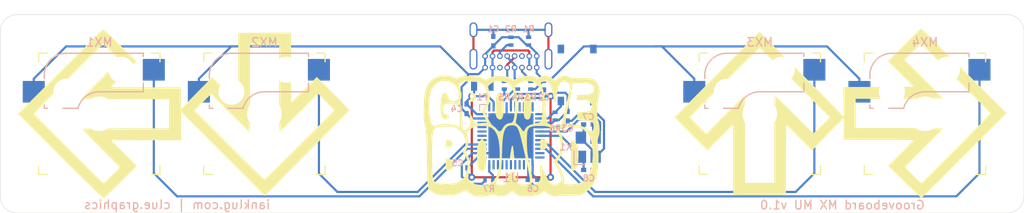
<source format=kicad_pcb>
(kicad_pcb (version 20171130) (host pcbnew "(5.1.5)-3")

  (general
    (thickness 1.6)
    (drawings 13)
    (tracks 238)
    (zones 0)
    (modules 29)
    (nets 20)
  )

  (page A4)
  (layers
    (0 F.Cu signal)
    (31 B.Cu signal)
    (32 B.Adhes user)
    (33 F.Adhes user)
    (34 B.Paste user)
    (35 F.Paste user)
    (36 B.SilkS user)
    (37 F.SilkS user hide)
    (38 B.Mask user)
    (39 F.Mask user)
    (40 Dwgs.User user)
    (41 Cmts.User user)
    (42 Eco1.User user)
    (43 Eco2.User user)
    (44 Edge.Cuts user)
    (45 Margin user)
    (46 B.CrtYd user)
    (47 F.CrtYd user)
    (48 B.Fab user)
    (49 F.Fab user)
  )

  (setup
    (last_trace_width 0.25)
    (trace_clearance 0.2)
    (zone_clearance 0.508)
    (zone_45_only no)
    (trace_min 0.2)
    (via_size 0.8)
    (via_drill 0.4)
    (via_min_size 0.4)
    (via_min_drill 0.3)
    (uvia_size 0.3)
    (uvia_drill 0.1)
    (uvias_allowed no)
    (uvia_min_size 0.2)
    (uvia_min_drill 0.1)
    (edge_width 0.05)
    (segment_width 0.2)
    (pcb_text_width 0.3)
    (pcb_text_size 1.5 1.5)
    (mod_edge_width 0.12)
    (mod_text_size 1 1)
    (mod_text_width 0.15)
    (pad_size 1.524 1.524)
    (pad_drill 0.762)
    (pad_to_mask_clearance 0)
    (aux_axis_origin 0 0)
    (grid_origin 54.737 24.765)
    (visible_elements 7FFFFFFF)
    (pcbplotparams
      (layerselection 0x010fc_ffffffff)
      (usegerberextensions true)
      (usegerberattributes false)
      (usegerberadvancedattributes false)
      (creategerberjobfile false)
      (excludeedgelayer true)
      (linewidth 0.100000)
      (plotframeref false)
      (viasonmask false)
      (mode 1)
      (useauxorigin false)
      (hpglpennumber 1)
      (hpglpenspeed 20)
      (hpglpendiameter 15.000000)
      (psnegative false)
      (psa4output false)
      (plotreference true)
      (plotvalue false)
      (plotinvisibletext false)
      (padsonsilk false)
      (subtractmaskfromsilk true)
      (outputformat 1)
      (mirror false)
      (drillshape 0)
      (scaleselection 1)
      (outputdirectory ""))
  )

  (net 0 "")
  (net 1 "Net-(C1-Pad1)")
  (net 2 GND)
  (net 3 VCC)
  (net 4 "Net-(C7-Pad2)")
  (net 5 "Net-(F1-Pad2)")
  (net 6 "Net-(J1-PadA5)")
  (net 7 "Net-(J1-PadA6)")
  (net 8 "Net-(J1-PadA7)")
  (net 9 "Net-(J1-PadB5)")
  (net 10 RST)
  (net 11 MX1)
  (net 12 MX2)
  (net 13 MX3)
  (net 14 MX4)
  (net 15 D-)
  (net 16 D+)
  (net 17 "Net-(R7-Pad2)")
  (net 18 "Net-(C2-Pad1)")
  (net 19 "Net-(C8-Pad2)")

  (net_class Default "This is the default net class."
    (clearance 0.2)
    (trace_width 0.25)
    (via_dia 0.8)
    (via_drill 0.4)
    (uvia_dia 0.3)
    (uvia_drill 0.1)
    (add_net D+)
    (add_net D-)
    (add_net GND)
    (add_net MISO)
    (add_net MOSI)
    (add_net MX1)
    (add_net MX2)
    (add_net MX3)
    (add_net MX4)
    (add_net "Net-(C1-Pad1)")
    (add_net "Net-(C2-Pad1)")
    (add_net "Net-(C7-Pad2)")
    (add_net "Net-(C8-Pad2)")
    (add_net "Net-(F1-Pad2)")
    (add_net "Net-(J1-PadA5)")
    (add_net "Net-(J1-PadA6)")
    (add_net "Net-(J1-PadA7)")
    (add_net "Net-(J1-PadA8)")
    (add_net "Net-(J1-PadB5)")
    (add_net "Net-(J1-PadB8)")
    (add_net "Net-(R7-Pad2)")
    (add_net "Net-(U1-Pad1)")
    (add_net "Net-(U1-Pad12)")
    (add_net "Net-(U1-Pad18)")
    (add_net "Net-(U1-Pad21)")
    (add_net "Net-(U1-Pad22)")
    (add_net "Net-(U1-Pad25)")
    (add_net "Net-(U1-Pad26)")
    (add_net "Net-(U1-Pad27)")
    (add_net "Net-(U1-Pad28)")
    (add_net "Net-(U1-Pad29)")
    (add_net "Net-(U1-Pad30)")
    (add_net "Net-(U1-Pad31)")
    (add_net "Net-(U1-Pad32)")
    (add_net "Net-(U1-Pad38)")
    (add_net "Net-(U1-Pad39)")
    (add_net "Net-(U1-Pad40)")
    (add_net "Net-(U1-Pad41)")
    (add_net "Net-(U1-Pad42)")
    (add_net "Net-(U1-Pad8)")
    (add_net RST)
    (add_net SCK)
    (add_net VCC)
  )

  (module keyswitches:Kailh_socket_MX (layer F.Cu) (tedit 5DD4FB17) (tstamp 60933CF1)
    (at 146.315 34.29)
    (descr "MX-style keyswitch with Kailh socket mount")
    (tags MX,cherry,gateron,kailh,pg1511,socket)
    (path /60A19665)
    (attr smd)
    (fp_text reference MX4 (at 0 -8.255) (layer B.SilkS)
      (effects (font (size 1 1) (thickness 0.15)) (justify mirror))
    )
    (fp_text value MX-NoLED (at 0 8.255) (layer F.Fab)
      (effects (font (size 1 1) (thickness 0.15)))
    )
    (fp_text user %V (at -0.635 0.635) (layer B.Fab)
      (effects (font (size 1 1) (thickness 0.15)) (justify mirror))
    )
    (fp_text user %R (at -0.635 -4.445) (layer B.Fab)
      (effects (font (size 1 1) (thickness 0.15)) (justify mirror))
    )
    (fp_line (start -8.89 -3.81) (end -6.35 -3.81) (layer B.Fab) (width 0.12))
    (fp_line (start -8.89 -1.27) (end -8.89 -3.81) (layer B.Fab) (width 0.12))
    (fp_line (start -6.35 -1.27) (end -8.89 -1.27) (layer B.Fab) (width 0.12))
    (fp_line (start 7.62 -3.81) (end 5.08 -3.81) (layer B.Fab) (width 0.12))
    (fp_line (start 7.62 -6.35) (end 7.62 -3.81) (layer B.Fab) (width 0.12))
    (fp_line (start 5.08 -6.35) (end 7.62 -6.35) (layer B.Fab) (width 0.12))
    (fp_line (start 5.08 -2.54) (end 0 -2.54) (layer B.Fab) (width 0.12))
    (fp_line (start 5.08 -6.985) (end 5.08 -2.54) (layer B.Fab) (width 0.12))
    (fp_line (start -3.81 -6.985) (end 5.08 -6.985) (layer B.Fab) (width 0.12))
    (fp_line (start -6.35 -0.635) (end -6.35 -4.445) (layer B.Fab) (width 0.12))
    (fp_line (start -6.35 -0.635) (end -2.54 -0.635) (layer B.Fab) (width 0.12))
    (fp_arc (start 0 0) (end 0 -2.54) (angle -75.96375653) (layer B.Fab) (width 0.12))
    (fp_arc (start -3.81 -4.445) (end -3.81 -6.985) (angle -90) (layer B.Fab) (width 0.12))
    (fp_line (start 5.08 -6.985) (end 5.08 -6.604) (layer B.SilkS) (width 0.15))
    (fp_line (start -3.81 -6.985) (end 5.08 -6.985) (layer B.SilkS) (width 0.15))
    (fp_line (start -6.35 -4.445) (end -6.35 -4.064) (layer B.SilkS) (width 0.15))
    (fp_line (start -5.969 -0.635) (end -6.35 -0.635) (layer B.SilkS) (width 0.15))
    (fp_line (start -2.464162 -0.635) (end -4.191 -0.635) (layer B.SilkS) (width 0.15))
    (fp_line (start 5.08 -2.54) (end 0 -2.54) (layer B.SilkS) (width 0.15))
    (fp_line (start 5.08 -3.556) (end 5.08 -2.54) (layer B.SilkS) (width 0.15))
    (fp_arc (start 0 0) (end 0 -2.54) (angle -75.96375653) (layer B.SilkS) (width 0.15))
    (fp_line (start -6.35 -1.016) (end -6.35 -0.635) (layer B.SilkS) (width 0.15))
    (fp_arc (start -3.81 -4.445) (end -3.81 -6.985) (angle -90) (layer B.SilkS) (width 0.15))
    (fp_line (start -7.5 7.5) (end -7.5 -7.5) (layer F.Fab) (width 0.15))
    (fp_line (start 7.5 7.5) (end -7.5 7.5) (layer F.Fab) (width 0.15))
    (fp_line (start 7.5 -7.5) (end 7.5 7.5) (layer F.Fab) (width 0.15))
    (fp_line (start -7.5 -7.5) (end 7.5 -7.5) (layer F.Fab) (width 0.15))
    (fp_line (start -6.9 6.9) (end -6.9 -6.9) (layer Eco2.User) (width 0.15))
    (fp_line (start 6.9 -6.9) (end 6.9 6.9) (layer Eco2.User) (width 0.15))
    (fp_line (start 6.9 -6.9) (end -6.9 -6.9) (layer Eco2.User) (width 0.15))
    (fp_line (start -6.9 6.9) (end 6.9 6.9) (layer Eco2.User) (width 0.15))
    (fp_line (start 7 -7) (end 7 -6) (layer F.SilkS) (width 0.15))
    (fp_line (start 6 7) (end 7 7) (layer F.SilkS) (width 0.15))
    (fp_line (start 7 -7) (end 6 -7) (layer F.SilkS) (width 0.15))
    (fp_line (start 7 6) (end 7 7) (layer F.SilkS) (width 0.15))
    (fp_line (start -7 7) (end -7 6) (layer F.SilkS) (width 0.15))
    (fp_line (start -6 -7) (end -7 -7) (layer F.SilkS) (width 0.15))
    (fp_line (start -7 7) (end -6 7) (layer F.SilkS) (width 0.15))
    (fp_line (start -7 -6) (end -7 -7) (layer F.SilkS) (width 0.15))
    (pad 2 smd rect (at -7.56 -2.54) (size 2.55 2.5) (layers B.Cu B.Paste B.Mask)
      (net 2 GND))
    (pad "" np_thru_hole circle (at -5.08 0) (size 1.7018 1.7018) (drill 1.7018) (layers *.Cu *.Mask))
    (pad "" np_thru_hole circle (at 5.08 0) (size 1.7018 1.7018) (drill 1.7018) (layers *.Cu *.Mask))
    (pad "" np_thru_hole circle (at 0 0) (size 3.9878 3.9878) (drill 3.9878) (layers *.Cu *.Mask))
    (pad "" np_thru_hole circle (at -3.81 -2.54) (size 3 3) (drill 3) (layers *.Cu *.Mask))
    (pad "" np_thru_hole circle (at 2.54 -5.08) (size 3 3) (drill 3) (layers *.Cu *.Mask))
    (pad 1 smd rect (at 6.29 -5.08) (size 2.55 2.5) (layers B.Cu B.Paste B.Mask)
      (net 14 MX4))
  )

  (module keyswitches:Kailh_socket_MX (layer F.Cu) (tedit 5DD4FB17) (tstamp 60933CD5)
    (at 127.265 34.29)
    (descr "MX-style keyswitch with Kailh socket mount")
    (tags MX,cherry,gateron,kailh,pg1511,socket)
    (path /60A187FF)
    (attr smd)
    (fp_text reference MX3 (at 0 -8.255) (layer B.SilkS)
      (effects (font (size 1 1) (thickness 0.15)) (justify mirror))
    )
    (fp_text value MX-NoLED (at 0 8.255) (layer F.Fab)
      (effects (font (size 1 1) (thickness 0.15)))
    )
    (fp_text user %V (at -0.635 0.635) (layer B.Fab)
      (effects (font (size 1 1) (thickness 0.15)) (justify mirror))
    )
    (fp_text user %R (at -0.635 -4.445) (layer B.Fab)
      (effects (font (size 1 1) (thickness 0.15)) (justify mirror))
    )
    (fp_line (start -8.89 -3.81) (end -6.35 -3.81) (layer B.Fab) (width 0.12))
    (fp_line (start -8.89 -1.27) (end -8.89 -3.81) (layer B.Fab) (width 0.12))
    (fp_line (start -6.35 -1.27) (end -8.89 -1.27) (layer B.Fab) (width 0.12))
    (fp_line (start 7.62 -3.81) (end 5.08 -3.81) (layer B.Fab) (width 0.12))
    (fp_line (start 7.62 -6.35) (end 7.62 -3.81) (layer B.Fab) (width 0.12))
    (fp_line (start 5.08 -6.35) (end 7.62 -6.35) (layer B.Fab) (width 0.12))
    (fp_line (start 5.08 -2.54) (end 0 -2.54) (layer B.Fab) (width 0.12))
    (fp_line (start 5.08 -6.985) (end 5.08 -2.54) (layer B.Fab) (width 0.12))
    (fp_line (start -3.81 -6.985) (end 5.08 -6.985) (layer B.Fab) (width 0.12))
    (fp_line (start -6.35 -0.635) (end -6.35 -4.445) (layer B.Fab) (width 0.12))
    (fp_line (start -6.35 -0.635) (end -2.54 -0.635) (layer B.Fab) (width 0.12))
    (fp_arc (start 0 0) (end 0 -2.54) (angle -75.96375653) (layer B.Fab) (width 0.12))
    (fp_arc (start -3.81 -4.445) (end -3.81 -6.985) (angle -90) (layer B.Fab) (width 0.12))
    (fp_line (start 5.08 -6.985) (end 5.08 -6.604) (layer B.SilkS) (width 0.15))
    (fp_line (start -3.81 -6.985) (end 5.08 -6.985) (layer B.SilkS) (width 0.15))
    (fp_line (start -6.35 -4.445) (end -6.35 -4.064) (layer B.SilkS) (width 0.15))
    (fp_line (start -5.969 -0.635) (end -6.35 -0.635) (layer B.SilkS) (width 0.15))
    (fp_line (start -2.464162 -0.635) (end -4.191 -0.635) (layer B.SilkS) (width 0.15))
    (fp_line (start 5.08 -2.54) (end 0 -2.54) (layer B.SilkS) (width 0.15))
    (fp_line (start 5.08 -3.556) (end 5.08 -2.54) (layer B.SilkS) (width 0.15))
    (fp_arc (start 0 0) (end 0 -2.54) (angle -75.96375653) (layer B.SilkS) (width 0.15))
    (fp_line (start -6.35 -1.016) (end -6.35 -0.635) (layer B.SilkS) (width 0.15))
    (fp_arc (start -3.81 -4.445) (end -3.81 -6.985) (angle -90) (layer B.SilkS) (width 0.15))
    (fp_line (start -7.5 7.5) (end -7.5 -7.5) (layer F.Fab) (width 0.15))
    (fp_line (start 7.5 7.5) (end -7.5 7.5) (layer F.Fab) (width 0.15))
    (fp_line (start 7.5 -7.5) (end 7.5 7.5) (layer F.Fab) (width 0.15))
    (fp_line (start -7.5 -7.5) (end 7.5 -7.5) (layer F.Fab) (width 0.15))
    (fp_line (start -6.9 6.9) (end -6.9 -6.9) (layer Eco2.User) (width 0.15))
    (fp_line (start 6.9 -6.9) (end 6.9 6.9) (layer Eco2.User) (width 0.15))
    (fp_line (start 6.9 -6.9) (end -6.9 -6.9) (layer Eco2.User) (width 0.15))
    (fp_line (start -6.9 6.9) (end 6.9 6.9) (layer Eco2.User) (width 0.15))
    (fp_line (start 7 -7) (end 7 -6) (layer F.SilkS) (width 0.15))
    (fp_line (start 6 7) (end 7 7) (layer F.SilkS) (width 0.15))
    (fp_line (start 7 -7) (end 6 -7) (layer F.SilkS) (width 0.15))
    (fp_line (start 7 6) (end 7 7) (layer F.SilkS) (width 0.15))
    (fp_line (start -7 7) (end -7 6) (layer F.SilkS) (width 0.15))
    (fp_line (start -6 -7) (end -7 -7) (layer F.SilkS) (width 0.15))
    (fp_line (start -7 7) (end -6 7) (layer F.SilkS) (width 0.15))
    (fp_line (start -7 -6) (end -7 -7) (layer F.SilkS) (width 0.15))
    (pad 2 smd rect (at -7.56 -2.54) (size 2.55 2.5) (layers B.Cu B.Paste B.Mask)
      (net 2 GND))
    (pad "" np_thru_hole circle (at -5.08 0) (size 1.7018 1.7018) (drill 1.7018) (layers *.Cu *.Mask))
    (pad "" np_thru_hole circle (at 5.08 0) (size 1.7018 1.7018) (drill 1.7018) (layers *.Cu *.Mask))
    (pad "" np_thru_hole circle (at 0 0) (size 3.9878 3.9878) (drill 3.9878) (layers *.Cu *.Mask))
    (pad "" np_thru_hole circle (at -3.81 -2.54) (size 3 3) (drill 3) (layers *.Cu *.Mask))
    (pad "" np_thru_hole circle (at 2.54 -5.08) (size 3 3) (drill 3) (layers *.Cu *.Mask))
    (pad 1 smd rect (at 6.29 -5.08) (size 2.55 2.5) (layers B.Cu B.Paste B.Mask)
      (net 13 MX3))
  )

  (module keyswitches:Kailh_socket_MX (layer F.Cu) (tedit 5DD4FB17) (tstamp 60933CB9)
    (at 70.112 34.29)
    (descr "MX-style keyswitch with Kailh socket mount")
    (tags MX,cherry,gateron,kailh,pg1511,socket)
    (path /60A17670)
    (attr smd)
    (fp_text reference MX2 (at 0 -8.255) (layer B.SilkS)
      (effects (font (size 1 1) (thickness 0.15)) (justify mirror))
    )
    (fp_text value MX-NoLED (at 0 8.255) (layer F.Fab)
      (effects (font (size 1 1) (thickness 0.15)))
    )
    (fp_text user %V (at -0.635 0.635) (layer B.Fab)
      (effects (font (size 1 1) (thickness 0.15)) (justify mirror))
    )
    (fp_text user %R (at -0.635 -4.445) (layer B.Fab)
      (effects (font (size 1 1) (thickness 0.15)) (justify mirror))
    )
    (fp_line (start -8.89 -3.81) (end -6.35 -3.81) (layer B.Fab) (width 0.12))
    (fp_line (start -8.89 -1.27) (end -8.89 -3.81) (layer B.Fab) (width 0.12))
    (fp_line (start -6.35 -1.27) (end -8.89 -1.27) (layer B.Fab) (width 0.12))
    (fp_line (start 7.62 -3.81) (end 5.08 -3.81) (layer B.Fab) (width 0.12))
    (fp_line (start 7.62 -6.35) (end 7.62 -3.81) (layer B.Fab) (width 0.12))
    (fp_line (start 5.08 -6.35) (end 7.62 -6.35) (layer B.Fab) (width 0.12))
    (fp_line (start 5.08 -2.54) (end 0 -2.54) (layer B.Fab) (width 0.12))
    (fp_line (start 5.08 -6.985) (end 5.08 -2.54) (layer B.Fab) (width 0.12))
    (fp_line (start -3.81 -6.985) (end 5.08 -6.985) (layer B.Fab) (width 0.12))
    (fp_line (start -6.35 -0.635) (end -6.35 -4.445) (layer B.Fab) (width 0.12))
    (fp_line (start -6.35 -0.635) (end -2.54 -0.635) (layer B.Fab) (width 0.12))
    (fp_arc (start 0 0) (end 0 -2.54) (angle -75.96375653) (layer B.Fab) (width 0.12))
    (fp_arc (start -3.81 -4.445) (end -3.81 -6.985) (angle -90) (layer B.Fab) (width 0.12))
    (fp_line (start 5.08 -6.985) (end 5.08 -6.604) (layer B.SilkS) (width 0.15))
    (fp_line (start -3.81 -6.985) (end 5.08 -6.985) (layer B.SilkS) (width 0.15))
    (fp_line (start -6.35 -4.445) (end -6.35 -4.064) (layer B.SilkS) (width 0.15))
    (fp_line (start -5.969 -0.635) (end -6.35 -0.635) (layer B.SilkS) (width 0.15))
    (fp_line (start -2.464162 -0.635) (end -4.191 -0.635) (layer B.SilkS) (width 0.15))
    (fp_line (start 5.08 -2.54) (end 0 -2.54) (layer B.SilkS) (width 0.15))
    (fp_line (start 5.08 -3.556) (end 5.08 -2.54) (layer B.SilkS) (width 0.15))
    (fp_arc (start 0 0) (end 0 -2.54) (angle -75.96375653) (layer B.SilkS) (width 0.15))
    (fp_line (start -6.35 -1.016) (end -6.35 -0.635) (layer B.SilkS) (width 0.15))
    (fp_arc (start -3.81 -4.445) (end -3.81 -6.985) (angle -90) (layer B.SilkS) (width 0.15))
    (fp_line (start -7.5 7.5) (end -7.5 -7.5) (layer F.Fab) (width 0.15))
    (fp_line (start 7.5 7.5) (end -7.5 7.5) (layer F.Fab) (width 0.15))
    (fp_line (start 7.5 -7.5) (end 7.5 7.5) (layer F.Fab) (width 0.15))
    (fp_line (start -7.5 -7.5) (end 7.5 -7.5) (layer F.Fab) (width 0.15))
    (fp_line (start -6.9 6.9) (end -6.9 -6.9) (layer Eco2.User) (width 0.15))
    (fp_line (start 6.9 -6.9) (end 6.9 6.9) (layer Eco2.User) (width 0.15))
    (fp_line (start 6.9 -6.9) (end -6.9 -6.9) (layer Eco2.User) (width 0.15))
    (fp_line (start -6.9 6.9) (end 6.9 6.9) (layer Eco2.User) (width 0.15))
    (fp_line (start 7 -7) (end 7 -6) (layer F.SilkS) (width 0.15))
    (fp_line (start 6 7) (end 7 7) (layer F.SilkS) (width 0.15))
    (fp_line (start 7 -7) (end 6 -7) (layer F.SilkS) (width 0.15))
    (fp_line (start 7 6) (end 7 7) (layer F.SilkS) (width 0.15))
    (fp_line (start -7 7) (end -7 6) (layer F.SilkS) (width 0.15))
    (fp_line (start -6 -7) (end -7 -7) (layer F.SilkS) (width 0.15))
    (fp_line (start -7 7) (end -6 7) (layer F.SilkS) (width 0.15))
    (fp_line (start -7 -6) (end -7 -7) (layer F.SilkS) (width 0.15))
    (pad 2 smd rect (at -7.56 -2.54) (size 2.55 2.5) (layers B.Cu B.Paste B.Mask)
      (net 2 GND))
    (pad "" np_thru_hole circle (at -5.08 0) (size 1.7018 1.7018) (drill 1.7018) (layers *.Cu *.Mask))
    (pad "" np_thru_hole circle (at 5.08 0) (size 1.7018 1.7018) (drill 1.7018) (layers *.Cu *.Mask))
    (pad "" np_thru_hole circle (at 0 0) (size 3.9878 3.9878) (drill 3.9878) (layers *.Cu *.Mask))
    (pad "" np_thru_hole circle (at -3.81 -2.54) (size 3 3) (drill 3) (layers *.Cu *.Mask))
    (pad "" np_thru_hole circle (at 2.54 -5.08) (size 3 3) (drill 3) (layers *.Cu *.Mask))
    (pad 1 smd rect (at 6.29 -5.08) (size 2.55 2.5) (layers B.Cu B.Paste B.Mask)
      (net 12 MX2))
  )

  (module keyswitches:Kailh_socket_MX (layer F.Cu) (tedit 5DD4FB17) (tstamp 60933C9D)
    (at 51.062 34.29)
    (descr "MX-style keyswitch with Kailh socket mount")
    (tags MX,cherry,gateron,kailh,pg1511,socket)
    (path /60A03FDE)
    (attr smd)
    (fp_text reference MX1 (at 0 -8.255) (layer B.SilkS)
      (effects (font (size 1 1) (thickness 0.15)) (justify mirror))
    )
    (fp_text value MX-NoLED (at 0 8.255) (layer F.Fab)
      (effects (font (size 1 1) (thickness 0.15)))
    )
    (fp_text user %V (at -0.635 0.635) (layer B.Fab)
      (effects (font (size 1 1) (thickness 0.15)) (justify mirror))
    )
    (fp_text user %R (at -0.635 -4.445) (layer B.Fab)
      (effects (font (size 1 1) (thickness 0.15)) (justify mirror))
    )
    (fp_line (start -8.89 -3.81) (end -6.35 -3.81) (layer B.Fab) (width 0.12))
    (fp_line (start -8.89 -1.27) (end -8.89 -3.81) (layer B.Fab) (width 0.12))
    (fp_line (start -6.35 -1.27) (end -8.89 -1.27) (layer B.Fab) (width 0.12))
    (fp_line (start 7.62 -3.81) (end 5.08 -3.81) (layer B.Fab) (width 0.12))
    (fp_line (start 7.62 -6.35) (end 7.62 -3.81) (layer B.Fab) (width 0.12))
    (fp_line (start 5.08 -6.35) (end 7.62 -6.35) (layer B.Fab) (width 0.12))
    (fp_line (start 5.08 -2.54) (end 0 -2.54) (layer B.Fab) (width 0.12))
    (fp_line (start 5.08 -6.985) (end 5.08 -2.54) (layer B.Fab) (width 0.12))
    (fp_line (start -3.81 -6.985) (end 5.08 -6.985) (layer B.Fab) (width 0.12))
    (fp_line (start -6.35 -0.635) (end -6.35 -4.445) (layer B.Fab) (width 0.12))
    (fp_line (start -6.35 -0.635) (end -2.54 -0.635) (layer B.Fab) (width 0.12))
    (fp_arc (start 0 0) (end 0 -2.54) (angle -75.96375653) (layer B.Fab) (width 0.12))
    (fp_arc (start -3.81 -4.445) (end -3.81 -6.985) (angle -90) (layer B.Fab) (width 0.12))
    (fp_line (start 5.08 -6.985) (end 5.08 -6.604) (layer B.SilkS) (width 0.15))
    (fp_line (start -3.81 -6.985) (end 5.08 -6.985) (layer B.SilkS) (width 0.15))
    (fp_line (start -6.35 -4.445) (end -6.35 -4.064) (layer B.SilkS) (width 0.15))
    (fp_line (start -5.969 -0.635) (end -6.35 -0.635) (layer B.SilkS) (width 0.15))
    (fp_line (start -2.464162 -0.635) (end -4.191 -0.635) (layer B.SilkS) (width 0.15))
    (fp_line (start 5.08 -2.54) (end 0 -2.54) (layer B.SilkS) (width 0.15))
    (fp_line (start 5.08 -3.556) (end 5.08 -2.54) (layer B.SilkS) (width 0.15))
    (fp_arc (start 0 0) (end 0 -2.54) (angle -75.96375653) (layer B.SilkS) (width 0.15))
    (fp_line (start -6.35 -1.016) (end -6.35 -0.635) (layer B.SilkS) (width 0.15))
    (fp_arc (start -3.81 -4.445) (end -3.81 -6.985) (angle -90) (layer B.SilkS) (width 0.15))
    (fp_line (start -7.5 7.5) (end -7.5 -7.5) (layer F.Fab) (width 0.15))
    (fp_line (start 7.5 7.5) (end -7.5 7.5) (layer F.Fab) (width 0.15))
    (fp_line (start 7.5 -7.5) (end 7.5 7.5) (layer F.Fab) (width 0.15))
    (fp_line (start -7.5 -7.5) (end 7.5 -7.5) (layer F.Fab) (width 0.15))
    (fp_line (start -6.9 6.9) (end -6.9 -6.9) (layer Eco2.User) (width 0.15))
    (fp_line (start 6.9 -6.9) (end 6.9 6.9) (layer Eco2.User) (width 0.15))
    (fp_line (start 6.9 -6.9) (end -6.9 -6.9) (layer Eco2.User) (width 0.15))
    (fp_line (start -6.9 6.9) (end 6.9 6.9) (layer Eco2.User) (width 0.15))
    (fp_line (start 7 -7) (end 7 -6) (layer F.SilkS) (width 0.15))
    (fp_line (start 6 7) (end 7 7) (layer F.SilkS) (width 0.15))
    (fp_line (start 7 -7) (end 6 -7) (layer F.SilkS) (width 0.15))
    (fp_line (start 7 6) (end 7 7) (layer F.SilkS) (width 0.15))
    (fp_line (start -7 7) (end -7 6) (layer F.SilkS) (width 0.15))
    (fp_line (start -6 -7) (end -7 -7) (layer F.SilkS) (width 0.15))
    (fp_line (start -7 7) (end -6 7) (layer F.SilkS) (width 0.15))
    (fp_line (start -7 -6) (end -7 -7) (layer F.SilkS) (width 0.15))
    (pad 2 smd rect (at -7.56 -2.54) (size 2.55 2.5) (layers B.Cu B.Paste B.Mask)
      (net 2 GND))
    (pad "" np_thru_hole circle (at -5.08 0) (size 1.7018 1.7018) (drill 1.7018) (layers *.Cu *.Mask))
    (pad "" np_thru_hole circle (at 5.08 0) (size 1.7018 1.7018) (drill 1.7018) (layers *.Cu *.Mask))
    (pad "" np_thru_hole circle (at 0 0) (size 3.9878 3.9878) (drill 3.9878) (layers *.Cu *.Mask))
    (pad "" np_thru_hole circle (at -3.81 -2.54) (size 3 3) (drill 3) (layers *.Cu *.Mask))
    (pad "" np_thru_hole circle (at 2.54 -5.08) (size 3 3) (drill 3) (layers *.Cu *.Mask))
    (pad 1 smd rect (at 6.29 -5.08) (size 2.55 2.5) (layers B.Cu B.Paste B.Mask)
      (net 11 MX1))
  )

  (module Type-C:USB_C_GCT_USB4085 (layer F.Cu) (tedit 60957D1C) (tstamp 6095D76F)
    (at 98.552 22.86 180)
    (path /60958AC4)
    (fp_text reference J1 (at 0 1.85 180) (layer F.SilkS) hide
      (effects (font (size 1 1) (thickness 0.15)))
    )
    (fp_text value USB_C_Receptacle_USB2.0 (at 0 0.85 180) (layer F.Fab)
      (effects (font (size 1 1) (thickness 0.15)))
    )
    (pad S1 thru_hole oval (at 4.325 -1.74 180) (size 0.9 1.7) (drill oval 0.6 1.4) (layers *.Cu *.Mask)
      (net 1 "Net-(C1-Pad1)"))
    (pad S1 thru_hole oval (at -4.325 -1.74 180) (size 0.9 1.7) (drill oval 0.6 1.4) (layers *.Cu *.Mask)
      (net 1 "Net-(C1-Pad1)"))
    (pad S1 thru_hole oval (at 4.325 -5.12 180) (size 0.9 2.4) (drill oval 0.6 2.1) (layers *.Cu *.Mask)
      (net 1 "Net-(C1-Pad1)"))
    (pad S1 thru_hole oval (at -4.325 -5.12 180) (size 0.9 2.4) (drill oval 0.6 2.1) (layers *.Cu *.Mask)
      (net 1 "Net-(C1-Pad1)"))
    (pad B1 thru_hole circle (at 2.98 -4.775 180) (size 0.65 0.65) (drill 0.4) (layers *.Cu *.Mask)
      (net 2 GND))
    (pad B4 thru_hole circle (at 2.13 -4.775 180) (size 0.65 0.65) (drill 0.4) (layers *.Cu *.Mask)
      (net 5 "Net-(F1-Pad2)"))
    (pad B5 thru_hole circle (at 1.28 -4.775 180) (size 0.65 0.65) (drill 0.4) (layers *.Cu *.Mask)
      (net 9 "Net-(J1-PadB5)"))
    (pad B6 thru_hole circle (at 0.43 -4.775 180) (size 0.65 0.65) (drill 0.4) (layers *.Cu *.Mask)
      (net 7 "Net-(J1-PadA6)"))
    (pad B7 thru_hole circle (at -0.42 -4.775 180) (size 0.65 0.65) (drill 0.4) (layers *.Cu *.Mask)
      (net 8 "Net-(J1-PadA7)"))
    (pad B8 thru_hole circle (at -1.27 -4.775 180) (size 0.65 0.65) (drill 0.4) (layers *.Cu *.Mask))
    (pad B9 thru_hole circle (at -2.12 -4.775 180) (size 0.65 0.65) (drill 0.4) (layers *.Cu *.Mask)
      (net 5 "Net-(F1-Pad2)"))
    (pad B12 thru_hole circle (at -2.975 -4.775 180) (size 0.65 0.65) (drill 0.4) (layers *.Cu *.Mask)
      (net 2 GND))
    (pad A12 thru_hole circle (at 2.975 -6.1 180) (size 0.65 0.65) (drill 0.4) (layers *.Cu *.Mask)
      (net 2 GND))
    (pad A9 thru_hole circle (at 2.125 -6.1 180) (size 0.65 0.65) (drill 0.4) (layers *.Cu *.Mask)
      (net 5 "Net-(F1-Pad2)"))
    (pad A8 thru_hole circle (at 1.275 -6.1 180) (size 0.65 0.65) (drill 0.4) (layers *.Cu *.Mask))
    (pad A7 thru_hole circle (at 0.425 -6.1 180) (size 0.65 0.65) (drill 0.4) (layers *.Cu *.Mask)
      (net 8 "Net-(J1-PadA7)"))
    (pad A6 thru_hole circle (at -0.425 -6.1 180) (size 0.65 0.65) (drill 0.4) (layers *.Cu *.Mask)
      (net 7 "Net-(J1-PadA6)"))
    (pad A4 thru_hole circle (at -2.125 -6.1 180) (size 0.65 0.65) (drill 0.4) (layers *.Cu *.Mask)
      (net 5 "Net-(F1-Pad2)"))
    (pad A1 thru_hole circle (at -2.975 -6.1 180) (size 0.65 0.65) (drill 0.4) (layers *.Cu *.Mask)
      (net 2 GND))
    (pad A5 thru_hole circle (at -1.275 -6.1 180) (size 0.65 0.65) (drill 0.4) (layers *.Cu *.Mask)
      (net 6 "Net-(J1-PadA5)"))
  )

  (module grooveboard:left-arrow (layer F.Cu) (tedit 0) (tstamp 609533BD)
    (at 146.287 34.265 180)
    (fp_text reference G*** (at 0 0) (layer F.SilkS) hide
      (effects (font (size 1.524 1.524) (thickness 0.3)))
    )
    (fp_text value LOGO (at 0.75 0) (layer F.SilkS) hide
      (effects (font (size 1.524 1.524) (thickness 0.3)))
    )
    (fp_poly (pts (xy 0.457711 -9.670313) (xy 0.644569 -9.505181) (xy 0.924014 -9.246605) (xy 1.280153 -8.909541)
      (xy 1.697092 -8.508941) (xy 2.158935 -8.059763) (xy 2.3407 -7.881612) (xy 4.229281 -6.026709)
      (xy 2.771537 -4.567071) (xy 2.360948 -4.154202) (xy 1.995125 -3.783001) (xy 1.691221 -3.47115)
      (xy 1.466395 -3.236335) (xy 1.337801 -3.09624) (xy 1.313921 -3.064579) (xy 1.398644 -3.055774)
      (xy 1.641202 -3.047486) (xy 2.024257 -3.03991) (xy 2.530473 -3.033239) (xy 3.142511 -3.027669)
      (xy 3.843034 -3.023394) (xy 4.614706 -3.02061) (xy 5.320989 -3.019556) (xy 9.327931 -3.017388)
      (xy 9.350962 0.024064) (xy 9.373994 3.065517) (xy 5.343893 3.065517) (xy 4.522529 3.06609)
      (xy 3.757379 3.067731) (xy 3.065729 3.070324) (xy 2.464867 3.073751) (xy 1.972079 3.077895)
      (xy 1.604652 3.08264) (xy 1.379873 3.087868) (xy 1.313793 3.092784) (xy 1.37314 3.159518)
      (xy 1.539748 3.332184) (xy 1.796469 3.593393) (xy 2.126154 3.925756) (xy 2.511654 4.311888)
      (xy 2.780862 4.58031) (xy 4.247931 6.040569) (xy 2.365591 7.925112) (xy 1.894247 8.39498)
      (xy 1.461918 8.822073) (xy 1.084232 9.19126) (xy 0.776813 9.487411) (xy 0.555288 9.695397)
      (xy 0.435283 9.800089) (xy 0.419282 9.809655) (xy 0.348601 9.749383) (xy 0.163333 9.574776)
      (xy -0.127026 9.295148) (xy -0.512982 8.919813) (xy -0.985038 8.458083) (xy -1.5337 7.919273)
      (xy -2.149472 7.312695) (xy -2.822859 6.647665) (xy -3.544365 5.933494) (xy -4.304496 5.179497)
      (xy -4.558977 4.926724) (xy -9.473265 0.043793) (xy -9.453301 0.023866) (xy -7.597447 0.023866)
      (xy -7.534785 0.09232) (xy -7.361069 0.27163) (xy -7.088892 0.549161) (xy -6.730846 0.912273)
      (xy -6.299524 1.348328) (xy -5.807518 1.844688) (xy -5.267421 2.388715) (xy -4.691826 2.967771)
      (xy -4.093325 3.569218) (xy -3.484512 4.180417) (xy -2.877978 4.78873) (xy -2.286316 5.381519)
      (xy -1.722119 5.946145) (xy -1.19798 6.469972) (xy -0.726491 6.94036) (xy -0.320245 7.344671)
      (xy 0.008166 7.670268) (xy 0.246148 7.904511) (xy 0.38111 8.034763) (xy 0.407492 8.057754)
      (xy 0.471193 7.999953) (xy 0.637931 7.840523) (xy 0.885803 7.600617) (xy 1.192907 7.301388)
      (xy 1.366489 7.13157) (xy 2.312131 6.20521) (xy 0.105599 4.007095) (xy -0.402388 3.498317)
      (xy -0.866345 3.028368) (xy -1.272663 2.611442) (xy -1.607728 2.261737) (xy -1.857928 1.993449)
      (xy -2.009651 1.820774) (xy -2.05046 1.758455) (xy -1.955988 1.749158) (xy -1.702098 1.740414)
      (xy -1.304542 1.732382) (xy -0.779075 1.72522) (xy -0.141449 1.719085) (xy 0.592581 1.714136)
      (xy 1.407262 1.710531) (xy 2.286842 1.708428) (xy 2.985134 1.707931) (xy 7.970255 1.707931)
      (xy 7.9703 0.021896) (xy 7.970345 -1.664138) (xy 2.934138 -1.664138) (xy 2.013018 -1.665258)
      (xy 1.146289 -1.668482) (xy 0.349414 -1.673606) (xy -0.362142 -1.680427) (xy -0.972915 -1.68874)
      (xy -1.467442 -1.698343) (xy -1.830259 -1.709031) (xy -2.045902 -1.720601) (xy -2.102069 -1.730485)
      (xy -2.042246 -1.805659) (xy -1.872125 -1.989802) (xy -1.605729 -2.268475) (xy -1.257082 -2.627239)
      (xy -0.840205 -3.051653) (xy -0.369123 -3.527278) (xy 0.0872 -3.984787) (xy 2.276469 -6.172742)
      (xy 0.395987 -8.059074) (xy -3.612096 -4.051701) (xy -4.304259 -3.358293) (xy -4.957887 -2.700834)
      (xy -5.56271 -2.089826) (xy -6.108459 -1.53577) (xy -6.584865 -1.049169) (xy -6.981659 -0.640524)
      (xy -7.288571 -0.320336) (xy -7.495332 -0.099109) (xy -7.591672 0.012658) (xy -7.597447 0.023866)
      (xy -9.453301 0.023866) (xy -4.583357 -4.836892) (xy -3.815221 -5.602798) (xy -3.082349 -6.332021)
      (xy -2.394252 -7.015191) (xy -1.760441 -7.642936) (xy -1.190427 -8.205884) (xy -0.693719 -8.694665)
      (xy -0.279828 -9.099907) (xy 0.041736 -9.412237) (xy 0.261461 -9.622286) (xy 0.369838 -9.720681)
      (xy 0.379336 -9.727046) (xy 0.457711 -9.670313)) (layer F.SilkS) (width 0.01))
  )

  (module grooveboard:left-arrow (layer F.Cu) (tedit 0) (tstamp 609533A8)
    (at 127.265 34.29 270)
    (fp_text reference G*** (at 0 0 90) (layer F.SilkS) hide
      (effects (font (size 1.524 1.524) (thickness 0.3)))
    )
    (fp_text value LOGO (at 0.75 0 90) (layer F.SilkS) hide
      (effects (font (size 1.524 1.524) (thickness 0.3)))
    )
    (fp_poly (pts (xy 0.457711 -9.670313) (xy 0.644569 -9.505181) (xy 0.924014 -9.246605) (xy 1.280153 -8.909541)
      (xy 1.697092 -8.508941) (xy 2.158935 -8.059763) (xy 2.3407 -7.881612) (xy 4.229281 -6.026709)
      (xy 2.771537 -4.567071) (xy 2.360948 -4.154202) (xy 1.995125 -3.783001) (xy 1.691221 -3.47115)
      (xy 1.466395 -3.236335) (xy 1.337801 -3.09624) (xy 1.313921 -3.064579) (xy 1.398644 -3.055774)
      (xy 1.641202 -3.047486) (xy 2.024257 -3.03991) (xy 2.530473 -3.033239) (xy 3.142511 -3.027669)
      (xy 3.843034 -3.023394) (xy 4.614706 -3.02061) (xy 5.320989 -3.019556) (xy 9.327931 -3.017388)
      (xy 9.350962 0.024064) (xy 9.373994 3.065517) (xy 5.343893 3.065517) (xy 4.522529 3.06609)
      (xy 3.757379 3.067731) (xy 3.065729 3.070324) (xy 2.464867 3.073751) (xy 1.972079 3.077895)
      (xy 1.604652 3.08264) (xy 1.379873 3.087868) (xy 1.313793 3.092784) (xy 1.37314 3.159518)
      (xy 1.539748 3.332184) (xy 1.796469 3.593393) (xy 2.126154 3.925756) (xy 2.511654 4.311888)
      (xy 2.780862 4.58031) (xy 4.247931 6.040569) (xy 2.365591 7.925112) (xy 1.894247 8.39498)
      (xy 1.461918 8.822073) (xy 1.084232 9.19126) (xy 0.776813 9.487411) (xy 0.555288 9.695397)
      (xy 0.435283 9.800089) (xy 0.419282 9.809655) (xy 0.348601 9.749383) (xy 0.163333 9.574776)
      (xy -0.127026 9.295148) (xy -0.512982 8.919813) (xy -0.985038 8.458083) (xy -1.5337 7.919273)
      (xy -2.149472 7.312695) (xy -2.822859 6.647665) (xy -3.544365 5.933494) (xy -4.304496 5.179497)
      (xy -4.558977 4.926724) (xy -9.473265 0.043793) (xy -9.453301 0.023866) (xy -7.597447 0.023866)
      (xy -7.534785 0.09232) (xy -7.361069 0.27163) (xy -7.088892 0.549161) (xy -6.730846 0.912273)
      (xy -6.299524 1.348328) (xy -5.807518 1.844688) (xy -5.267421 2.388715) (xy -4.691826 2.967771)
      (xy -4.093325 3.569218) (xy -3.484512 4.180417) (xy -2.877978 4.78873) (xy -2.286316 5.381519)
      (xy -1.722119 5.946145) (xy -1.19798 6.469972) (xy -0.726491 6.94036) (xy -0.320245 7.344671)
      (xy 0.008166 7.670268) (xy 0.246148 7.904511) (xy 0.38111 8.034763) (xy 0.407492 8.057754)
      (xy 0.471193 7.999953) (xy 0.637931 7.840523) (xy 0.885803 7.600617) (xy 1.192907 7.301388)
      (xy 1.366489 7.13157) (xy 2.312131 6.20521) (xy 0.105599 4.007095) (xy -0.402388 3.498317)
      (xy -0.866345 3.028368) (xy -1.272663 2.611442) (xy -1.607728 2.261737) (xy -1.857928 1.993449)
      (xy -2.009651 1.820774) (xy -2.05046 1.758455) (xy -1.955988 1.749158) (xy -1.702098 1.740414)
      (xy -1.304542 1.732382) (xy -0.779075 1.72522) (xy -0.141449 1.719085) (xy 0.592581 1.714136)
      (xy 1.407262 1.710531) (xy 2.286842 1.708428) (xy 2.985134 1.707931) (xy 7.970255 1.707931)
      (xy 7.9703 0.021896) (xy 7.970345 -1.664138) (xy 2.934138 -1.664138) (xy 2.013018 -1.665258)
      (xy 1.146289 -1.668482) (xy 0.349414 -1.673606) (xy -0.362142 -1.680427) (xy -0.972915 -1.68874)
      (xy -1.467442 -1.698343) (xy -1.830259 -1.709031) (xy -2.045902 -1.720601) (xy -2.102069 -1.730485)
      (xy -2.042246 -1.805659) (xy -1.872125 -1.989802) (xy -1.605729 -2.268475) (xy -1.257082 -2.627239)
      (xy -0.840205 -3.051653) (xy -0.369123 -3.527278) (xy 0.0872 -3.984787) (xy 2.276469 -6.172742)
      (xy 0.395987 -8.059074) (xy -3.612096 -4.051701) (xy -4.304259 -3.358293) (xy -4.957887 -2.700834)
      (xy -5.56271 -2.089826) (xy -6.108459 -1.53577) (xy -6.584865 -1.049169) (xy -6.981659 -0.640524)
      (xy -7.288571 -0.320336) (xy -7.495332 -0.099109) (xy -7.591672 0.012658) (xy -7.597447 0.023866)
      (xy -9.453301 0.023866) (xy -4.583357 -4.836892) (xy -3.815221 -5.602798) (xy -3.082349 -6.332021)
      (xy -2.394252 -7.015191) (xy -1.760441 -7.642936) (xy -1.190427 -8.205884) (xy -0.693719 -8.694665)
      (xy -0.279828 -9.099907) (xy 0.041736 -9.412237) (xy 0.261461 -9.622286) (xy 0.369838 -9.720681)
      (xy 0.379336 -9.727046) (xy 0.457711 -9.670313)) (layer F.SilkS) (width 0.01))
  )

  (module grooveboard:left-arrow (layer F.Cu) (tedit 0) (tstamp 60953207)
    (at 70.112 34.29 90)
    (fp_text reference G*** (at 0 0 90) (layer F.SilkS) hide
      (effects (font (size 1.524 1.524) (thickness 0.3)))
    )
    (fp_text value LOGO (at 0.75 0 90) (layer F.SilkS) hide
      (effects (font (size 1.524 1.524) (thickness 0.3)))
    )
    (fp_poly (pts (xy 0.457711 -9.670313) (xy 0.644569 -9.505181) (xy 0.924014 -9.246605) (xy 1.280153 -8.909541)
      (xy 1.697092 -8.508941) (xy 2.158935 -8.059763) (xy 2.3407 -7.881612) (xy 4.229281 -6.026709)
      (xy 2.771537 -4.567071) (xy 2.360948 -4.154202) (xy 1.995125 -3.783001) (xy 1.691221 -3.47115)
      (xy 1.466395 -3.236335) (xy 1.337801 -3.09624) (xy 1.313921 -3.064579) (xy 1.398644 -3.055774)
      (xy 1.641202 -3.047486) (xy 2.024257 -3.03991) (xy 2.530473 -3.033239) (xy 3.142511 -3.027669)
      (xy 3.843034 -3.023394) (xy 4.614706 -3.02061) (xy 5.320989 -3.019556) (xy 9.327931 -3.017388)
      (xy 9.350962 0.024064) (xy 9.373994 3.065517) (xy 5.343893 3.065517) (xy 4.522529 3.06609)
      (xy 3.757379 3.067731) (xy 3.065729 3.070324) (xy 2.464867 3.073751) (xy 1.972079 3.077895)
      (xy 1.604652 3.08264) (xy 1.379873 3.087868) (xy 1.313793 3.092784) (xy 1.37314 3.159518)
      (xy 1.539748 3.332184) (xy 1.796469 3.593393) (xy 2.126154 3.925756) (xy 2.511654 4.311888)
      (xy 2.780862 4.58031) (xy 4.247931 6.040569) (xy 2.365591 7.925112) (xy 1.894247 8.39498)
      (xy 1.461918 8.822073) (xy 1.084232 9.19126) (xy 0.776813 9.487411) (xy 0.555288 9.695397)
      (xy 0.435283 9.800089) (xy 0.419282 9.809655) (xy 0.348601 9.749383) (xy 0.163333 9.574776)
      (xy -0.127026 9.295148) (xy -0.512982 8.919813) (xy -0.985038 8.458083) (xy -1.5337 7.919273)
      (xy -2.149472 7.312695) (xy -2.822859 6.647665) (xy -3.544365 5.933494) (xy -4.304496 5.179497)
      (xy -4.558977 4.926724) (xy -9.473265 0.043793) (xy -9.453301 0.023866) (xy -7.597447 0.023866)
      (xy -7.534785 0.09232) (xy -7.361069 0.27163) (xy -7.088892 0.549161) (xy -6.730846 0.912273)
      (xy -6.299524 1.348328) (xy -5.807518 1.844688) (xy -5.267421 2.388715) (xy -4.691826 2.967771)
      (xy -4.093325 3.569218) (xy -3.484512 4.180417) (xy -2.877978 4.78873) (xy -2.286316 5.381519)
      (xy -1.722119 5.946145) (xy -1.19798 6.469972) (xy -0.726491 6.94036) (xy -0.320245 7.344671)
      (xy 0.008166 7.670268) (xy 0.246148 7.904511) (xy 0.38111 8.034763) (xy 0.407492 8.057754)
      (xy 0.471193 7.999953) (xy 0.637931 7.840523) (xy 0.885803 7.600617) (xy 1.192907 7.301388)
      (xy 1.366489 7.13157) (xy 2.312131 6.20521) (xy 0.105599 4.007095) (xy -0.402388 3.498317)
      (xy -0.866345 3.028368) (xy -1.272663 2.611442) (xy -1.607728 2.261737) (xy -1.857928 1.993449)
      (xy -2.009651 1.820774) (xy -2.05046 1.758455) (xy -1.955988 1.749158) (xy -1.702098 1.740414)
      (xy -1.304542 1.732382) (xy -0.779075 1.72522) (xy -0.141449 1.719085) (xy 0.592581 1.714136)
      (xy 1.407262 1.710531) (xy 2.286842 1.708428) (xy 2.985134 1.707931) (xy 7.970255 1.707931)
      (xy 7.9703 0.021896) (xy 7.970345 -1.664138) (xy 2.934138 -1.664138) (xy 2.013018 -1.665258)
      (xy 1.146289 -1.668482) (xy 0.349414 -1.673606) (xy -0.362142 -1.680427) (xy -0.972915 -1.68874)
      (xy -1.467442 -1.698343) (xy -1.830259 -1.709031) (xy -2.045902 -1.720601) (xy -2.102069 -1.730485)
      (xy -2.042246 -1.805659) (xy -1.872125 -1.989802) (xy -1.605729 -2.268475) (xy -1.257082 -2.627239)
      (xy -0.840205 -3.051653) (xy -0.369123 -3.527278) (xy 0.0872 -3.984787) (xy 2.276469 -6.172742)
      (xy 0.395987 -8.059074) (xy -3.612096 -4.051701) (xy -4.304259 -3.358293) (xy -4.957887 -2.700834)
      (xy -5.56271 -2.089826) (xy -6.108459 -1.53577) (xy -6.584865 -1.049169) (xy -6.981659 -0.640524)
      (xy -7.288571 -0.320336) (xy -7.495332 -0.099109) (xy -7.591672 0.012658) (xy -7.597447 0.023866)
      (xy -9.453301 0.023866) (xy -4.583357 -4.836892) (xy -3.815221 -5.602798) (xy -3.082349 -6.332021)
      (xy -2.394252 -7.015191) (xy -1.760441 -7.642936) (xy -1.190427 -8.205884) (xy -0.693719 -8.694665)
      (xy -0.279828 -9.099907) (xy 0.041736 -9.412237) (xy 0.261461 -9.622286) (xy 0.369838 -9.720681)
      (xy 0.379336 -9.727046) (xy 0.457711 -9.670313)) (layer F.SilkS) (width 0.01))
  )

  (module grooveboard:left-arrow (layer F.Cu) (tedit 0) (tstamp 60952E55)
    (at 51.137 34.265)
    (fp_text reference G*** (at 0 0) (layer F.SilkS) hide
      (effects (font (size 1.524 1.524) (thickness 0.3)))
    )
    (fp_text value LOGO (at 0.75 0) (layer F.SilkS) hide
      (effects (font (size 1.524 1.524) (thickness 0.3)))
    )
    (fp_poly (pts (xy 0.457711 -9.670313) (xy 0.644569 -9.505181) (xy 0.924014 -9.246605) (xy 1.280153 -8.909541)
      (xy 1.697092 -8.508941) (xy 2.158935 -8.059763) (xy 2.3407 -7.881612) (xy 4.229281 -6.026709)
      (xy 2.771537 -4.567071) (xy 2.360948 -4.154202) (xy 1.995125 -3.783001) (xy 1.691221 -3.47115)
      (xy 1.466395 -3.236335) (xy 1.337801 -3.09624) (xy 1.313921 -3.064579) (xy 1.398644 -3.055774)
      (xy 1.641202 -3.047486) (xy 2.024257 -3.03991) (xy 2.530473 -3.033239) (xy 3.142511 -3.027669)
      (xy 3.843034 -3.023394) (xy 4.614706 -3.02061) (xy 5.320989 -3.019556) (xy 9.327931 -3.017388)
      (xy 9.350962 0.024064) (xy 9.373994 3.065517) (xy 5.343893 3.065517) (xy 4.522529 3.06609)
      (xy 3.757379 3.067731) (xy 3.065729 3.070324) (xy 2.464867 3.073751) (xy 1.972079 3.077895)
      (xy 1.604652 3.08264) (xy 1.379873 3.087868) (xy 1.313793 3.092784) (xy 1.37314 3.159518)
      (xy 1.539748 3.332184) (xy 1.796469 3.593393) (xy 2.126154 3.925756) (xy 2.511654 4.311888)
      (xy 2.780862 4.58031) (xy 4.247931 6.040569) (xy 2.365591 7.925112) (xy 1.894247 8.39498)
      (xy 1.461918 8.822073) (xy 1.084232 9.19126) (xy 0.776813 9.487411) (xy 0.555288 9.695397)
      (xy 0.435283 9.800089) (xy 0.419282 9.809655) (xy 0.348601 9.749383) (xy 0.163333 9.574776)
      (xy -0.127026 9.295148) (xy -0.512982 8.919813) (xy -0.985038 8.458083) (xy -1.5337 7.919273)
      (xy -2.149472 7.312695) (xy -2.822859 6.647665) (xy -3.544365 5.933494) (xy -4.304496 5.179497)
      (xy -4.558977 4.926724) (xy -9.473265 0.043793) (xy -9.453301 0.023866) (xy -7.597447 0.023866)
      (xy -7.534785 0.09232) (xy -7.361069 0.27163) (xy -7.088892 0.549161) (xy -6.730846 0.912273)
      (xy -6.299524 1.348328) (xy -5.807518 1.844688) (xy -5.267421 2.388715) (xy -4.691826 2.967771)
      (xy -4.093325 3.569218) (xy -3.484512 4.180417) (xy -2.877978 4.78873) (xy -2.286316 5.381519)
      (xy -1.722119 5.946145) (xy -1.19798 6.469972) (xy -0.726491 6.94036) (xy -0.320245 7.344671)
      (xy 0.008166 7.670268) (xy 0.246148 7.904511) (xy 0.38111 8.034763) (xy 0.407492 8.057754)
      (xy 0.471193 7.999953) (xy 0.637931 7.840523) (xy 0.885803 7.600617) (xy 1.192907 7.301388)
      (xy 1.366489 7.13157) (xy 2.312131 6.20521) (xy 0.105599 4.007095) (xy -0.402388 3.498317)
      (xy -0.866345 3.028368) (xy -1.272663 2.611442) (xy -1.607728 2.261737) (xy -1.857928 1.993449)
      (xy -2.009651 1.820774) (xy -2.05046 1.758455) (xy -1.955988 1.749158) (xy -1.702098 1.740414)
      (xy -1.304542 1.732382) (xy -0.779075 1.72522) (xy -0.141449 1.719085) (xy 0.592581 1.714136)
      (xy 1.407262 1.710531) (xy 2.286842 1.708428) (xy 2.985134 1.707931) (xy 7.970255 1.707931)
      (xy 7.9703 0.021896) (xy 7.970345 -1.664138) (xy 2.934138 -1.664138) (xy 2.013018 -1.665258)
      (xy 1.146289 -1.668482) (xy 0.349414 -1.673606) (xy -0.362142 -1.680427) (xy -0.972915 -1.68874)
      (xy -1.467442 -1.698343) (xy -1.830259 -1.709031) (xy -2.045902 -1.720601) (xy -2.102069 -1.730485)
      (xy -2.042246 -1.805659) (xy -1.872125 -1.989802) (xy -1.605729 -2.268475) (xy -1.257082 -2.627239)
      (xy -0.840205 -3.051653) (xy -0.369123 -3.527278) (xy 0.0872 -3.984787) (xy 2.276469 -6.172742)
      (xy 0.395987 -8.059074) (xy -3.612096 -4.051701) (xy -4.304259 -3.358293) (xy -4.957887 -2.700834)
      (xy -5.56271 -2.089826) (xy -6.108459 -1.53577) (xy -6.584865 -1.049169) (xy -6.981659 -0.640524)
      (xy -7.288571 -0.320336) (xy -7.495332 -0.099109) (xy -7.591672 0.012658) (xy -7.597447 0.023866)
      (xy -9.453301 0.023866) (xy -4.583357 -4.836892) (xy -3.815221 -5.602798) (xy -3.082349 -6.332021)
      (xy -2.394252 -7.015191) (xy -1.760441 -7.642936) (xy -1.190427 -8.205884) (xy -0.693719 -8.694665)
      (xy -0.279828 -9.099907) (xy 0.041736 -9.412237) (xy 0.261461 -9.622286) (xy 0.369838 -9.720681)
      (xy 0.379336 -9.727046) (xy 0.457711 -9.670313)) (layer F.SilkS) (width 0.01))
  )

  (module kicad-open-modules:TS-1187A-B-A-B (layer B.Cu) (tedit 6092FA0C) (tstamp 60933D82)
    (at 106.187 29.815 90)
    (path /6095CDAF)
    (fp_text reference SW1 (at 0.032 -3.163 270) (layer B.SilkS) hide
      (effects (font (size 0.5 0.5) (thickness 0.12)) (justify mirror))
    )
    (fp_text value SW_Push (at 0 0 270) (layer B.Fab)
      (effects (font (size 0.5 0.5) (thickness 0.12)) (justify mirror))
    )
    (pad 2 smd rect (at -3 -1.875 90) (size 1 0.75) (layers B.Cu B.Paste B.Mask)
      (net 10 RST))
    (pad 2 smd rect (at 3 -1.875 90) (size 1 0.75) (layers B.Cu B.Paste B.Mask)
      (net 10 RST))
    (pad 1 smd rect (at 3 1.875 90) (size 1 0.75) (layers B.Cu B.Paste B.Mask)
      (net 2 GND))
    (pad 1 smd rect (at -3 1.875 90) (size 1 0.75) (layers B.Cu B.Paste B.Mask)
      (net 2 GND))
  )

  (module Package_DFN_QFN:QFN-44-1EP_7x7mm_P0.5mm_EP5.2x5.2mm (layer B.Cu) (tedit 60947C78) (tstamp 60933DD4)
    (at 98.552 36.83 270)
    (descr "QFN, 44 Pin (http://ww1.microchip.com/downloads/en/DeviceDoc/2512S.pdf#page=17), generated with kicad-footprint-generator ipc_noLead_generator.py")
    (tags "QFN NoLead")
    (path /6094CE30)
    (attr smd)
    (fp_text reference U1 (at 4.826 0 180) (layer B.SilkS)
      (effects (font (size 1 1) (thickness 0.15)) (justify mirror))
    )
    (fp_text value ATmega32U4-MU (at 0 -4.82 270) (layer B.Fab)
      (effects (font (size 1 1) (thickness 0.15)) (justify mirror))
    )
    (fp_line (start 4.12 4.12) (end -4.12 4.12) (layer B.CrtYd) (width 0.05))
    (fp_line (start 4.12 -4.12) (end 4.12 4.12) (layer B.CrtYd) (width 0.05))
    (fp_line (start -4.12 -4.12) (end 4.12 -4.12) (layer B.CrtYd) (width 0.05))
    (fp_line (start -4.12 4.12) (end -4.12 -4.12) (layer B.CrtYd) (width 0.05))
    (fp_line (start -3.5 2.5) (end -2.5 3.5) (layer B.Fab) (width 0.1))
    (fp_line (start -3.5 -3.5) (end -3.5 2.5) (layer B.Fab) (width 0.1))
    (fp_line (start 3.5 -3.5) (end -3.5 -3.5) (layer B.Fab) (width 0.1))
    (fp_line (start 3.5 3.5) (end 3.5 -3.5) (layer B.Fab) (width 0.1))
    (fp_line (start -2.5 3.5) (end 3.5 3.5) (layer B.Fab) (width 0.1))
    (fp_line (start -2.885 3.61) (end -3.61 3.61) (layer B.SilkS) (width 0.12))
    (fp_line (start -3.61 3.61) (end -3.61 2.885) (layer B.SilkS) (width 0.12))
    (pad "" smd roundrect (at 1.95 -1.95 270) (size 1.05 1.05) (layers B.Paste) (roundrect_rratio 0.238095))
    (pad "" smd roundrect (at 1.95 -0.65 270) (size 1.05 1.05) (layers B.Paste) (roundrect_rratio 0.238095))
    (pad "" smd roundrect (at 1.95 0.65 270) (size 1.05 1.05) (layers B.Paste) (roundrect_rratio 0.238095))
    (pad "" smd roundrect (at 1.95 1.95 270) (size 1.05 1.05) (layers B.Paste) (roundrect_rratio 0.238095))
    (pad "" smd roundrect (at 0.65 -1.95 270) (size 1.05 1.05) (layers B.Paste) (roundrect_rratio 0.238095))
    (pad "" smd roundrect (at 0.65 -0.65 270) (size 1.05 1.05) (layers B.Paste) (roundrect_rratio 0.238095))
    (pad "" smd roundrect (at 0.65 0.65 270) (size 1.05 1.05) (layers B.Paste) (roundrect_rratio 0.238095))
    (pad "" smd roundrect (at 0.65 1.95 270) (size 1.05 1.05) (layers B.Paste) (roundrect_rratio 0.238095))
    (pad "" smd roundrect (at -0.65 -1.95 270) (size 1.05 1.05) (layers B.Paste) (roundrect_rratio 0.238095))
    (pad "" smd roundrect (at -0.65 -0.65 270) (size 1.05 1.05) (layers B.Paste) (roundrect_rratio 0.238095))
    (pad "" smd roundrect (at -0.65 0.65 270) (size 1.05 1.05) (layers B.Paste) (roundrect_rratio 0.238095))
    (pad "" smd roundrect (at -0.65 1.95 270) (size 1.05 1.05) (layers B.Paste) (roundrect_rratio 0.238095))
    (pad "" smd roundrect (at -1.95 -1.95 270) (size 1.05 1.05) (layers B.Paste) (roundrect_rratio 0.238095))
    (pad "" smd roundrect (at -1.95 -0.65 270) (size 1.05 1.05) (layers B.Paste) (roundrect_rratio 0.238095))
    (pad "" smd roundrect (at -1.95 0.65 270) (size 1.05 1.05) (layers B.Paste) (roundrect_rratio 0.238095))
    (pad "" smd roundrect (at -1.95 1.95 270) (size 1.05 1.05) (layers B.Paste) (roundrect_rratio 0.238095))
    (pad 45 smd rect (at 0 0 270) (size 5.2 5.2) (layers B.Cu B.Mask)
      (net 2 GND))
    (pad 44 smd roundrect (at -2.5 3.3375 270) (size 0.25 1.075) (layers B.Cu B.Paste B.Mask) (roundrect_rratio 0.25)
      (net 3 VCC))
    (pad 43 smd roundrect (at -2 3.3375 270) (size 0.25 1.075) (layers B.Cu B.Paste B.Mask) (roundrect_rratio 0.25)
      (net 2 GND))
    (pad 42 smd roundrect (at -1.5 3.3375 270) (size 0.25 1.075) (layers B.Cu B.Paste B.Mask) (roundrect_rratio 0.25))
    (pad 41 smd roundrect (at -1 3.3375 270) (size 0.25 1.075) (layers B.Cu B.Paste B.Mask) (roundrect_rratio 0.25))
    (pad 40 smd roundrect (at -0.5 3.3375 270) (size 0.25 1.075) (layers B.Cu B.Paste B.Mask) (roundrect_rratio 0.25))
    (pad 39 smd roundrect (at 0 3.3375 270) (size 0.25 1.075) (layers B.Cu B.Paste B.Mask) (roundrect_rratio 0.25))
    (pad 38 smd roundrect (at 0.5 3.3375 270) (size 0.25 1.075) (layers B.Cu B.Paste B.Mask) (roundrect_rratio 0.25))
    (pad 37 smd roundrect (at 1 3.3375 270) (size 0.25 1.075) (layers B.Cu B.Paste B.Mask) (roundrect_rratio 0.25)
      (net 12 MX2))
    (pad 36 smd roundrect (at 1.5 3.3375 270) (size 0.25 1.075) (layers B.Cu B.Paste B.Mask) (roundrect_rratio 0.25)
      (net 11 MX1))
    (pad 35 smd roundrect (at 2 3.3375 270) (size 0.25 1.075) (layers B.Cu B.Paste B.Mask) (roundrect_rratio 0.25)
      (net 2 GND))
    (pad 34 smd roundrect (at 2.5 3.3375 270) (size 0.25 1.075) (layers B.Cu B.Paste B.Mask) (roundrect_rratio 0.25)
      (net 3 VCC))
    (pad 33 smd roundrect (at 3.3375 2.5 270) (size 1.075 0.25) (layers B.Cu B.Paste B.Mask) (roundrect_rratio 0.25)
      (net 17 "Net-(R7-Pad2)"))
    (pad 32 smd roundrect (at 3.3375 2 270) (size 1.075 0.25) (layers B.Cu B.Paste B.Mask) (roundrect_rratio 0.25))
    (pad 31 smd roundrect (at 3.3375 1.5 270) (size 1.075 0.25) (layers B.Cu B.Paste B.Mask) (roundrect_rratio 0.25))
    (pad 30 smd roundrect (at 3.3375 1 270) (size 1.075 0.25) (layers B.Cu B.Paste B.Mask) (roundrect_rratio 0.25))
    (pad 29 smd roundrect (at 3.3375 0.5 270) (size 1.075 0.25) (layers B.Cu B.Paste B.Mask) (roundrect_rratio 0.25))
    (pad 28 smd roundrect (at 3.3375 0 270) (size 1.075 0.25) (layers B.Cu B.Paste B.Mask) (roundrect_rratio 0.25))
    (pad 27 smd roundrect (at 3.3375 -0.5 270) (size 1.075 0.25) (layers B.Cu B.Paste B.Mask) (roundrect_rratio 0.25))
    (pad 26 smd roundrect (at 3.3375 -1 270) (size 1.075 0.25) (layers B.Cu B.Paste B.Mask) (roundrect_rratio 0.25))
    (pad 25 smd roundrect (at 3.3375 -1.5 270) (size 1.075 0.25) (layers B.Cu B.Paste B.Mask) (roundrect_rratio 0.25))
    (pad 24 smd roundrect (at 3.3375 -2 270) (size 1.075 0.25) (layers B.Cu B.Paste B.Mask) (roundrect_rratio 0.25)
      (net 3 VCC))
    (pad 23 smd roundrect (at 3.3375 -2.5 270) (size 1.075 0.25) (layers B.Cu B.Paste B.Mask) (roundrect_rratio 0.25)
      (net 2 GND))
    (pad 22 smd roundrect (at 2.5 -3.3375 270) (size 0.25 1.075) (layers B.Cu B.Paste B.Mask) (roundrect_rratio 0.25))
    (pad 21 smd roundrect (at 2 -3.3375 270) (size 0.25 1.075) (layers B.Cu B.Paste B.Mask) (roundrect_rratio 0.25))
    (pad 20 smd roundrect (at 1.5 -3.3375 270) (size 0.25 1.075) (layers B.Cu B.Paste B.Mask) (roundrect_rratio 0.25)
      (net 14 MX4))
    (pad 19 smd roundrect (at 1 -3.3375 270) (size 0.25 1.075) (layers B.Cu B.Paste B.Mask) (roundrect_rratio 0.25)
      (net 13 MX3))
    (pad 18 smd roundrect (at 0.5 -3.3375 270) (size 0.25 1.075) (layers B.Cu B.Paste B.Mask) (roundrect_rratio 0.25))
    (pad 17 smd roundrect (at 0 -3.3375 270) (size 0.25 1.075) (layers B.Cu B.Paste B.Mask) (roundrect_rratio 0.25)
      (net 19 "Net-(C8-Pad2)"))
    (pad 16 smd roundrect (at -0.5 -3.3375 270) (size 0.25 1.075) (layers B.Cu B.Paste B.Mask) (roundrect_rratio 0.25)
      (net 4 "Net-(C7-Pad2)"))
    (pad 15 smd roundrect (at -1 -3.3375 270) (size 0.25 1.075) (layers B.Cu B.Paste B.Mask) (roundrect_rratio 0.25)
      (net 2 GND))
    (pad 14 smd roundrect (at -1.5 -3.3375 270) (size 0.25 1.075) (layers B.Cu B.Paste B.Mask) (roundrect_rratio 0.25)
      (net 3 VCC))
    (pad 13 smd roundrect (at -2 -3.3375 270) (size 0.25 1.075) (layers B.Cu B.Paste B.Mask) (roundrect_rratio 0.25)
      (net 10 RST))
    (pad 12 smd roundrect (at -2.5 -3.3375 270) (size 0.25 1.075) (layers B.Cu B.Paste B.Mask) (roundrect_rratio 0.25))
    (pad 11 smd roundrect (at -3.3375 -2.5 270) (size 1.075 0.25) (layers B.Cu B.Paste B.Mask) (roundrect_rratio 0.25))
    (pad 10 smd roundrect (at -3.3375 -2 270) (size 1.075 0.25) (layers B.Cu B.Paste B.Mask) (roundrect_rratio 0.25))
    (pad 9 smd roundrect (at -3.3375 -1.5 270) (size 1.075 0.25) (layers B.Cu B.Paste B.Mask) (roundrect_rratio 0.25))
    (pad 8 smd roundrect (at -3.3375 -1 270) (size 1.075 0.25) (layers B.Cu B.Paste B.Mask) (roundrect_rratio 0.25))
    (pad 7 smd roundrect (at -3.3375 -0.5 270) (size 1.075 0.25) (layers B.Cu B.Paste B.Mask) (roundrect_rratio 0.25)
      (net 3 VCC))
    (pad 6 smd roundrect (at -3.3375 0 270) (size 1.075 0.25) (layers B.Cu B.Paste B.Mask) (roundrect_rratio 0.25)
      (net 18 "Net-(C2-Pad1)"))
    (pad 5 smd roundrect (at -3.3375 0.5 270) (size 1.075 0.25) (layers B.Cu B.Paste B.Mask) (roundrect_rratio 0.25)
      (net 2 GND))
    (pad 4 smd roundrect (at -3.3375 1 270) (size 1.075 0.25) (layers B.Cu B.Paste B.Mask) (roundrect_rratio 0.25)
      (net 16 D+))
    (pad 3 smd roundrect (at -3.3375 1.5 270) (size 1.075 0.25) (layers B.Cu B.Paste B.Mask) (roundrect_rratio 0.25)
      (net 15 D-))
    (pad 2 smd roundrect (at -3.3375 2 270) (size 1.075 0.25) (layers B.Cu B.Paste B.Mask) (roundrect_rratio 0.25)
      (net 3 VCC))
    (pad 1 smd roundrect (at -3.3375 2.5 270) (size 1.075 0.25) (layers B.Cu B.Paste B.Mask) (roundrect_rratio 0.25))
    (model ${KISYS3DMOD}/Package_DFN_QFN.3dshapes/QFN-44-1EP_7x7mm_P0.5mm_EP5.2x5.2mm.wrl
      (at (xyz 0 0 0))
      (scale (xyz 1 1 1))
      (rotate (xyz 0 0 0))
    )
  )

  (module grooveboard:grooveboard-logo (layer F.Cu) (tedit 0) (tstamp 6094D77C)
    (at 98.537 36.915)
    (fp_text reference G*** (at 0 0) (layer F.SilkS) hide
      (effects (font (size 1.524 1.524) (thickness 0.3)))
    )
    (fp_text value LOGO (at 0.75 0) (layer F.SilkS) hide
      (effects (font (size 1.524 1.524) (thickness 0.3)))
    )
    (fp_poly (pts (xy -4.194347 -4.97887) (xy -4.034729 -4.801334) (xy -4.002426 -4.554813) (xy -4.078402 -4.299771)
      (xy -4.243621 -4.09667) (xy -4.47905 -4.005974) (xy -4.500824 -4.005384) (xy -4.610002 -4.030786)
      (xy -4.666871 -4.137528) (xy -4.687492 -4.371417) (xy -4.689231 -4.542692) (xy -4.667706 -4.887741)
      (xy -4.588423 -5.060141) (xy -4.429318 -5.079336) (xy -4.194347 -4.97887)) (layer F.SilkS) (width 0.01))
    (fp_poly (pts (xy 2.187993 -4.862096) (xy 2.216043 -4.82772) (xy 2.271054 -4.653707) (xy 2.311594 -4.334441)
      (xy 2.337035 -3.91956) (xy 2.346744 -3.458705) (xy 2.340094 -3.001516) (xy 2.316452 -2.597633)
      (xy 2.27519 -2.296695) (xy 2.249341 -2.204436) (xy 2.09329 -1.99966) (xy 1.881419 -1.950995)
      (xy 1.675618 -2.058604) (xy 1.578758 -2.202673) (xy 1.521733 -2.436736) (xy 1.485262 -2.805618)
      (xy 1.469061 -3.253124) (xy 1.472842 -3.72306) (xy 1.496321 -4.159232) (xy 1.539213 -4.505444)
      (xy 1.591394 -4.688365) (xy 1.772325 -4.903409) (xy 1.988786 -4.965245) (xy 2.187993 -4.862096)) (layer F.SilkS) (width 0.01))
    (fp_poly (pts (xy -1.050192 -4.903626) (xy -0.955646 -4.794509) (xy -0.892843 -4.665697) (xy -0.85537 -4.477352)
      (xy -0.83681 -4.189633) (xy -0.830747 -3.762701) (xy -0.830385 -3.538647) (xy -0.842866 -2.920476)
      (xy -0.884329 -2.474668) (xy -0.9608 -2.179554) (xy -1.078305 -2.013466) (xy -1.242873 -1.954736)
      (xy -1.271185 -1.953846) (xy -1.458686 -2.03004) (xy -1.620247 -2.197069) (xy -1.691346 -2.342974)
      (xy -1.734599 -2.543936) (xy -1.753595 -2.839591) (xy -1.751928 -3.269578) (xy -1.743983 -3.562679)
      (xy -1.724778 -4.056551) (xy -1.69918 -4.395416) (xy -1.659521 -4.619648) (xy -1.598133 -4.769622)
      (xy -1.507347 -4.88571) (xy -1.489177 -4.904242) (xy -1.27 -5.123419) (xy -1.050192 -4.903626)) (layer F.SilkS) (width 0.01))
    (fp_poly (pts (xy -6.93913 0.458823) (xy -6.769603 0.655177) (xy -6.740769 0.830385) (xy -6.819409 1.098342)
      (xy -7.046307 1.245048) (xy -7.248769 1.27) (xy -7.417122 1.255414) (xy -7.496872 1.176421)
      (xy -7.520905 0.980166) (xy -7.522308 0.830385) (xy -7.513232 0.559818) (xy -7.464081 0.431649)
      (xy -7.341966 0.393023) (xy -7.248769 0.390769) (xy -6.93913 0.458823)) (layer F.SilkS) (width 0.01))
    (fp_poly (pts (xy -6.97808 2.620228) (xy -6.743668 2.827032) (xy -6.613177 3.109596) (xy -6.603205 3.417104)
      (xy -6.730351 3.698737) (xy -6.87751 3.832927) (xy -7.070972 3.895042) (xy -7.302896 3.89797)
      (xy -7.45718 3.842564) (xy -7.491079 3.717632) (xy -7.514634 3.456864) (xy -7.522308 3.158718)
      (xy -7.517036 2.822192) (xy -7.490567 2.636534) (xy -7.426916 2.557298) (xy -7.3101 2.540036)
      (xy -7.299814 2.54) (xy -6.97808 2.620228)) (layer F.SilkS) (width 0.01))
    (fp_poly (pts (xy 7.41302 0.579218) (xy 7.599268 0.856041) (xy 7.672159 1.020849) (xy 7.768732 1.418079)
      (xy 7.812373 1.9187) (xy 7.805743 2.459594) (xy 7.751506 2.977647) (xy 7.652324 3.409743)
      (xy 7.562575 3.618836) (xy 7.377194 3.853375) (xy 7.179335 3.981431) (xy 7.151015 3.987756)
      (xy 7.074713 3.994273) (xy 7.019025 3.970937) (xy 6.980704 3.891639) (xy 6.956504 3.730272)
      (xy 6.943181 3.460728) (xy 6.937487 3.056899) (xy 6.936177 2.492677) (xy 6.936154 2.259483)
      (xy 6.941336 1.63333) (xy 6.956043 1.114797) (xy 6.979011 0.727875) (xy 7.008979 0.496554)
      (xy 7.031827 0.440863) (xy 7.212863 0.430852) (xy 7.41302 0.579218)) (layer F.SilkS) (width 0.01))
    (fp_poly (pts (xy 3.925575 0.407543) (xy 3.983647 0.445155) (xy 4.164718 0.672761) (xy 4.205737 0.956436)
      (xy 4.125058 1.237944) (xy 3.941033 1.459047) (xy 3.672016 1.561508) (xy 3.631346 1.563077)
      (xy 3.459732 1.55346) (xy 3.411076 1.538654) (xy 3.405832 1.433387) (xy 3.402911 1.202057)
      (xy 3.402366 0.91397) (xy 3.404248 0.638435) (xy 3.408609 0.444759) (xy 3.41024 0.415193)
      (xy 3.494374 0.311172) (xy 3.685357 0.309626) (xy 3.925575 0.407543)) (layer F.SilkS) (width 0.01))
    (fp_poly (pts (xy 0.222317 1.069676) (xy 0.276589 1.294739) (xy 0.329493 1.707591) (xy 0.341981 1.831731)
      (xy 0.410599 2.54) (xy 0.145361 2.54) (xy -0.012475 2.529694) (xy -0.08133 2.464862)
      (xy -0.083169 2.294637) (xy -0.055008 2.075962) (xy 0.028016 1.535545) (xy 0.100359 1.188646)
      (xy 0.16435 1.033834) (xy 0.222317 1.069676)) (layer F.SilkS) (width 0.01))
    (fp_poly (pts (xy -3.077308 0.518332) (xy -2.97886 0.638066) (xy -2.911175 0.762453) (xy -2.868504 0.928973)
      (xy -2.845097 1.17511) (xy -2.835207 1.538346) (xy -2.833084 2.056161) (xy -2.833077 2.110684)
      (xy -2.839675 2.715183) (xy -2.861424 3.156267) (xy -2.901253 3.465525) (xy -2.962094 3.674545)
      (xy -2.982124 3.717159) (xy -3.172976 3.947568) (xy -3.398128 3.987222) (xy -3.640758 3.833946)
      (xy -3.667282 3.805779) (xy -3.764227 3.648964) (xy -3.82945 3.406216) (xy -3.871681 3.035489)
      (xy -3.889565 2.735177) (xy -3.903969 1.949909) (xy -3.861762 1.336088) (xy -3.760522 0.877441)
      (xy -3.597827 0.557693) (xy -3.558341 0.509697) (xy -3.321538 0.244231) (xy -3.077308 0.518332)) (layer F.SilkS) (width 0.01))
    (fp_poly (pts (xy -7.274324 -7.041599) (xy -6.721528 -6.896472) (xy -6.629572 -6.854245) (xy -6.373771 -6.737157)
      (xy -6.21156 -6.708475) (xy -6.064435 -6.764098) (xy -5.975334 -6.820053) (xy -5.797848 -6.902456)
      (xy -5.542512 -6.953676) (xy -5.167872 -6.979261) (xy -4.742373 -6.985) (xy -4.252461 -6.977684)
      (xy -3.900423 -6.949809) (xy -3.629099 -6.892481) (xy -3.381328 -6.796806) (xy -3.308296 -6.76189)
      (xy -2.855439 -6.53878) (xy -2.477912 -6.76189) (xy -2.247584 -6.877427) (xy -1.999598 -6.945623)
      (xy -1.672779 -6.977709) (xy -1.262866 -6.985) (xy -0.832511 -6.97804) (xy -0.536546 -6.948679)
      (xy -0.314213 -6.884189) (xy -0.104758 -6.771848) (xy -0.037536 -6.728359) (xy 0.201388 -6.577626)
      (xy 0.346809 -6.52801) (xy 0.466993 -6.571057) (xy 0.573724 -6.652656) (xy 0.956661 -6.861229)
      (xy 1.452141 -6.990173) (xy 1.991113 -7.031968) (xy 2.504529 -6.979094) (xy 2.784638 -6.893433)
      (xy 3.03764 -6.808892) (xy 3.234624 -6.822976) (xy 3.422569 -6.903616) (xy 3.817598 -7.003976)
      (xy 4.258602 -6.969605) (xy 4.663045 -6.812942) (xy 4.826456 -6.691998) (xy 5.08 -6.457022)
      (xy 5.333544 -6.691998) (xy 5.696014 -6.909212) (xy 6.136431 -7.003842) (xy 6.573044 -6.964025)
      (xy 6.74971 -6.89749) (xy 6.965103 -6.821486) (xy 7.271111 -6.772666) (xy 7.704121 -6.747115)
      (xy 8.206716 -6.740769) (xy 8.709557 -6.737179) (xy 9.061067 -6.721969) (xy 9.305239 -6.688483)
      (xy 9.486064 -6.630063) (xy 9.647534 -6.540051) (xy 9.681514 -6.517578) (xy 9.990313 -6.197839)
      (xy 10.183942 -5.753711) (xy 10.254451 -5.224146) (xy 10.193891 -4.648091) (xy 10.118813 -4.375145)
      (xy 10.029196 -3.983518) (xy 9.973963 -3.491348) (xy 9.953637 -2.958432) (xy 9.968737 -2.444569)
      (xy 10.019783 -2.009556) (xy 10.09586 -1.737176) (xy 10.213831 -1.309515) (xy 10.251941 -0.795667)
      (xy 10.209304 -0.288156) (xy 10.113049 0.059378) (xy 10.046892 0.256891) (xy 10.017103 0.477771)
      (xy 10.022385 0.773196) (xy 10.061442 1.194347) (xy 10.080159 1.358042) (xy 10.129182 2.11844)
      (xy 10.114469 2.943184) (xy 10.041288 3.760879) (xy 9.914906 4.500133) (xy 9.822052 4.855881)
      (xy 9.523033 5.513116) (xy 9.067883 6.086673) (xy 8.552451 6.494445) (xy 8.35784 6.610658)
      (xy 8.186701 6.691855) (xy 7.998517 6.744717) (xy 7.752774 6.775926) (xy 7.408955 6.792163)
      (xy 6.926544 6.800111) (xy 6.684628 6.802476) (xy 6.179133 6.810899) (xy 5.742395 6.825233)
      (xy 5.4122 6.843703) (xy 5.226333 6.864535) (xy 5.202328 6.872082) (xy 5.018875 6.891515)
      (xy 4.738573 6.825503) (xy 4.426757 6.697563) (xy 4.148761 6.531209) (xy 4.065797 6.463014)
      (xy 3.857971 6.305995) (xy 3.74914 6.306603) (xy 3.741389 6.321879) (xy 3.560526 6.542469)
      (xy 3.203652 6.715025) (xy 2.685388 6.83434) (xy 2.149339 6.888848) (xy 1.545016 6.90441)
      (xy 1.091652 6.864836) (xy 0.75041 6.76139) (xy 0.482453 6.585333) (xy 0.386798 6.492312)
      (xy 0.158712 6.249525) (xy -0.156511 6.555051) (xy -0.563794 6.820968) (xy -1.042912 6.923821)
      (xy -1.547376 6.856024) (xy -1.688139 6.804885) (xy -1.954095 6.713271) (xy -2.162005 6.715192)
      (xy -2.390324 6.7946) (xy -2.72794 6.879252) (xy -3.17691 6.919012) (xy -3.658223 6.91298)
      (xy -4.092864 6.860254) (xy -4.268243 6.816019) (xy -4.554571 6.683442) (xy -4.850479 6.488837)
      (xy -4.889673 6.457258) (xy -5.1994 6.198687) (xy -5.795892 6.494151) (xy -6.081607 6.62825)
      (xy -6.324562 6.713994) (xy -6.583052 6.761774) (xy -6.915374 6.781982) (xy -7.379823 6.78501)
      (xy -7.426458 6.784812) (xy -8.082024 6.758101) (xy -8.582629 6.676909) (xy -8.964016 6.529265)
      (xy -9.261927 6.303199) (xy -9.42177 6.116556) (xy -9.476698 6.034244) (xy -9.521214 5.935475)
      (xy -9.556874 5.798995) (xy -9.585236 5.60355) (xy -9.607858 5.327882) (xy -9.626296 4.950739)
      (xy -9.642108 4.450864) (xy -9.65685 3.807003) (xy -9.672082 2.997901) (xy -9.678953 2.606337)
      (xy -9.687325 2.166947) (xy -9.085385 2.166947) (xy -9.082767 3.019893) (xy -9.072223 3.698834)
      (xy -9.049719 4.225112) (xy -9.011218 4.620067) (xy -8.952687 4.905041) (xy -8.870089 5.101375)
      (xy -8.759389 5.230409) (xy -8.616553 5.313485) (xy -8.481707 5.359686) (xy -8.142682 5.420619)
      (xy -7.694936 5.452985) (xy -7.209235 5.456786) (xy -6.756343 5.432026) (xy -6.407026 5.378707)
      (xy -6.340155 5.359585) (xy -5.778875 5.083644) (xy -5.366744 4.681556) (xy -5.103699 4.153227)
      (xy -4.989678 3.498562) (xy -4.984453 3.316242) (xy -4.998221 2.922174) (xy -5.058578 2.631828)
      (xy -5.189319 2.354876) (xy -5.274502 2.215202) (xy -5.524152 1.821544) (xy -5.210911 1.821544)
      (xy -5.141536 1.945051) (xy -5.139347 1.947569) (xy -4.875511 2.383103) (xy -4.722139 2.92506)
      (xy -4.686655 3.513857) (xy -4.776482 4.08991) (xy -4.846615 4.29708) (xy -4.939169 4.556957)
      (xy -4.949156 4.72438) (xy -4.876395 4.884059) (xy -4.845254 4.932696) (xy -4.50768 5.27896)
      (xy -4.050624 5.50676) (xy -3.515568 5.608387) (xy -2.943991 5.576131) (xy -2.377375 5.402284)
      (xy -2.360321 5.39454) (xy -2.123833 5.222516) (xy -1.702387 5.222516) (xy -1.700423 5.362077)
      (xy -1.658268 5.424937) (xy -1.46735 5.528559) (xy -1.176427 5.568153) (xy -0.869762 5.54466)
      (xy -0.631616 5.459023) (xy -0.578635 5.412864) (xy -0.488661 5.233684) (xy -0.394189 4.937714)
      (xy -0.339694 4.704595) (xy -0.271594 4.393083) (xy -0.200162 4.224901) (xy -0.086611 4.151237)
      (xy 0.107844 4.12328) (xy 0.123281 4.121961) (xy 0.47645 4.091999) (xy 0.591987 4.679265)
      (xy 0.70553 5.115195) (xy 0.859856 5.386204) (xy 1.087429 5.522581) (xy 1.420717 5.554611)
      (xy 1.525146 5.549814) (xy 1.835065 5.510713) (xy 2.018544 5.423175) (xy 2.137342 5.267419)
      (xy 2.174415 5.18312) (xy 2.194442 5.074847) (xy 2.193917 4.921082) (xy 2.169338 4.70031)
      (xy 2.117198 4.391012) (xy 2.033994 3.971674) (xy 1.916222 3.420777) (xy 1.760376 2.716805)
      (xy 1.620224 2.092419) (xy 1.417861 1.199393) (xy 1.260925 0.529914) (xy 1.854826 0.529914)
      (xy 1.859549 1.049154) (xy 1.879473 1.491473) (xy 1.921432 1.91229) (xy 1.992263 2.367027)
      (xy 2.098799 2.911104) (xy 2.215174 3.451779) (xy 2.349535 4.077549) (xy 2.44009 4.540923)
      (xy 2.490482 4.869038) (xy 2.50435 5.089036) (xy 2.485336 5.228055) (xy 2.460733 5.282184)
      (xy 2.36031 5.472203) (xy 2.399008 5.55219) (xy 2.596361 5.568462) (xy 2.850712 5.491781)
      (xy 3.125906 5.290337) (xy 3.143309 5.273259) (xy 3.283109 5.125466) (xy 3.368063 4.99032)
      (xy 3.40944 4.817231) (xy 3.418508 4.55561) (xy 3.406536 4.154868) (xy 3.404448 4.100902)
      (xy 3.395041 3.71443) (xy 3.398409 3.414883) (xy 3.413543 3.245816) (xy 3.424793 3.223797)
      (xy 3.483724 3.307551) (xy 3.600834 3.534118) (xy 3.757813 3.866523) (xy 3.89653 4.176346)
      (xy 4.171322 4.754978) (xy 4.419304 5.163034) (xy 4.657268 5.420394) (xy 4.902003 5.546939)
      (xy 5.072273 5.568462) (xy 5.393704 5.494235) (xy 5.667566 5.304379) (xy 5.835539 5.048133)
      (xy 5.861692 4.901948) (xy 5.820415 4.706244) (xy 5.708952 4.386678) (xy 5.54606 3.993356)
      (xy 5.414201 3.706647) (xy 5.046388 2.939429) (xy 5.373077 2.939429) (xy 5.414525 3.063588)
      (xy 5.525313 3.316039) (xy 5.685108 3.651481) (xy 5.763846 3.81) (xy 5.999983 4.345271)
      (xy 6.129447 4.790518) (xy 6.148568 5.124803) (xy 6.053675 5.327183) (xy 6.0325 5.342889)
      (xy 6.020333 5.406522) (xy 6.164522 5.460309) (xy 6.426098 5.499223) (xy 6.766091 5.518235)
      (xy 7.145532 5.512315) (xy 7.278077 5.503613) (xy 7.724884 5.430922) (xy 8.13134 5.301395)
      (xy 8.250997 5.243986) (xy 8.673525 4.902733) (xy 9.01117 4.400091) (xy 9.25809 3.753355)
      (xy 9.408441 2.979821) (xy 9.456378 2.096784) (xy 9.445202 1.709616) (xy 9.366823 0.901558)
      (xy 9.217924 0.258864) (xy 8.989353 -0.238602) (xy 8.671959 -0.610972) (xy 8.27232 -0.870846)
      (xy 8.022332 -0.971955) (xy 7.744502 -1.034233) (xy 7.383432 -1.065759) (xy 6.88372 -1.074614)
      (xy 6.875136 -1.074615) (xy 6.298391 -1.059562) (xy 5.911973 -1.014197) (xy 5.722664 -0.945761)
      (xy 5.624488 -0.857709) (xy 5.606854 -0.754826) (xy 5.675304 -0.579368) (xy 5.776561 -0.384031)
      (xy 5.892997 -0.131681) (xy 5.963073 0.127751) (xy 5.997591 0.456064) (xy 6.007348 0.915055)
      (xy 6.007376 0.936702) (xy 6.002756 1.371409) (xy 5.978667 1.673083) (xy 5.921002 1.904003)
      (xy 5.815656 2.126446) (xy 5.690577 2.335309) (xy 5.522801 2.619401) (xy 5.407727 2.841402)
      (xy 5.373077 2.939429) (xy 5.046388 2.939429) (xy 4.966556 2.77291) (xy 5.26504 2.453382)
      (xy 5.532142 2.079228) (xy 5.692068 1.624244) (xy 5.757852 1.045797) (xy 5.761156 0.830385)
      (xy 5.68143 0.17017) (xy 5.450232 -0.370074) (xy 5.073641 -0.785927) (xy 4.557736 -1.07297)
      (xy 3.908598 -1.226785) (xy 3.132305 -1.242953) (xy 2.931596 -1.226252) (xy 2.537582 -1.175709)
      (xy 2.253545 -1.096718) (xy 2.061538 -0.960008) (xy 1.943613 -0.736309) (xy 1.881826 -0.396351)
      (xy 1.858229 0.089136) (xy 1.854826 0.529914) (xy 1.260925 0.529914) (xy 1.248933 0.47876)
      (xy 1.105093 -0.08795) (xy 0.977994 -0.519208) (xy 0.859286 -0.833485) (xy 0.740624 -1.049252)
      (xy 0.613658 -1.184979) (xy 0.470041 -1.259139) (xy 0.301425 -1.290201) (xy 0.099463 -1.296637)
      (xy 0.088566 -1.296643) (xy -0.204975 -1.258665) (xy -0.444035 -1.134179) (xy -0.63374 -0.90736)
      (xy -0.779218 -0.56238) (xy -0.885596 -0.083412) (xy -0.957999 0.54537) (xy -1.001556 1.339792)
      (xy -1.019312 2.123371) (xy -1.04021 2.924391) (xy -1.084017 3.560739) (xy -1.156451 4.062369)
      (xy -1.263229 4.459234) (xy -1.410068 4.781289) (xy -1.572333 5.020732) (xy -1.702387 5.222516)
      (xy -2.123833 5.222516) (xy -1.979104 5.117239) (xy -1.680718 4.671799) (xy -1.464345 4.055742)
      (xy -1.329167 3.266587) (xy -1.274364 2.301857) (xy -1.27297 2.100385) (xy -1.306758 1.15258)
      (xy -1.412281 0.378203) (xy -1.595995 -0.233474) (xy -1.864357 -0.69318) (xy -2.223823 -1.011643)
      (xy -2.680849 -1.199594) (xy -3.241893 -1.267759) (xy -3.300253 -1.268393) (xy -3.887878 -1.223425)
      (xy -4.343816 -1.074009) (xy -4.710861 -0.803618) (xy -4.82402 -0.679993) (xy -5.008821 -0.406884)
      (xy -5.050812 -0.17331) (xy -5.039868 -0.104978) (xy -4.939402 0.437368) (xy -4.918134 0.850862)
      (xy -4.977126 1.185734) (xy -5.071927 1.410261) (xy -5.190448 1.665119) (xy -5.210911 1.821544)
      (xy -5.524152 1.821544) (xy -5.566696 1.75446) (xy -5.372194 1.391561) (xy -5.246947 1.099412)
      (xy -5.181172 0.831829) (xy -5.178237 0.782985) (xy -5.267488 0.220032) (xy -5.512635 -0.29332)
      (xy -5.883591 -0.716254) (xy -6.350269 -1.007952) (xy -6.548926 -1.076572) (xy -6.881858 -1.130569)
      (xy -7.311031 -1.151068) (xy -7.773119 -1.140682) (xy -8.204797 -1.102018) (xy -8.542738 -1.037688)
      (xy -8.671909 -0.989075) (xy -8.791621 -0.903345) (xy -8.886249 -0.774357) (xy -8.958617 -0.580557)
      (xy -9.011548 -0.300393) (xy -9.047866 0.087686) (xy -9.070394 0.605233) (xy -9.081957 1.2738)
      (xy -9.085377 2.114939) (xy -9.085385 2.166947) (xy -9.687325 2.166947) (xy -9.696728 1.673492)
      (xy -9.715311 0.913081) (xy -9.736057 0.302155) (xy -9.760317 -0.182236) (xy -9.789444 -0.563041)
      (xy -9.824791 -0.863211) (xy -9.867711 -1.105695) (xy -9.907438 -1.27) (xy -9.977443 -1.569989)
      (xy -10.0231 -1.886578) (xy -10.047115 -2.263679) (xy -10.052195 -2.745206) (xy -10.041521 -3.348245)
      (xy -9.418586 -3.348245) (xy -9.386352 -2.69577) (xy -9.309611 -2.116878) (xy -9.219104 -1.758461)
      (xy -9.115847 -1.471717) (xy -9.015683 -1.312665) (xy -8.868444 -1.260082) (xy -8.623958 -1.292742)
      (xy -8.303846 -1.371259) (xy -7.898572 -1.432777) (xy -7.415398 -1.445908) (xy -6.923219 -1.414789)
      (xy -6.490928 -1.343554) (xy -6.203462 -1.245159) (xy -6.004297 -1.149533) (xy -5.917103 -1.165911)
      (xy -5.881947 -1.313423) (xy -5.877299 -1.34928) (xy -5.865975 -1.562061) (xy -5.864068 -1.908588)
      (xy -5.871579 -2.327452) (xy -5.877299 -2.503617) (xy -5.90983 -3.032957) (xy -5.977819 -3.397378)
      (xy -6.105781 -3.627038) (xy -6.318237 -3.752097) (xy -6.639702 -3.802712) (xy -6.939333 -3.81)
      (xy -7.365406 -3.790903) (xy -7.63031 -3.716186) (xy -7.766026 -3.559706) (xy -7.804533 -3.29532)
      (xy -7.796931 -3.108951) (xy -7.761894 -2.83688) (xy -7.677985 -2.692586) (xy -7.499631 -2.608486)
      (xy -7.449038 -2.593067) (xy -7.215827 -2.459253) (xy -7.139188 -2.277908) (xy -7.207298 -2.100581)
      (xy -7.40833 -1.978822) (xy -7.595677 -1.953846) (xy -7.814055 -2.041332) (xy -7.971506 -2.305826)
      (xy -8.069042 -2.750378) (xy -8.107678 -3.37804) (xy -8.108462 -3.499207) (xy -8.085538 -4.133808)
      (xy -8.014355 -4.591804) (xy -7.891295 -4.886807) (xy -7.712738 -5.032427) (xy -7.699693 -5.036866)
      (xy -7.512919 -5.056262) (xy -7.383809 -4.950459) (xy -7.281542 -4.688547) (xy -7.255667 -4.591538)
      (xy -7.092386 -4.263641) (xy -6.826442 -4.085121) (xy -6.492891 -4.075451) (xy -6.385427 -4.108179)
      (xy -6.130083 -4.24071) (xy -6.001754 -4.427962) (xy -5.96157 -4.732882) (xy -5.960727 -4.795981)
      (xy -6.048151 -5.276832) (xy -6.288816 -5.732698) (xy -6.526685 -5.979028) (xy -6.004947 -5.979028)
      (xy -5.835067 -5.505091) (xy -5.687133 -4.9201) (xy -5.701582 -4.443224) (xy -5.825568 -4.145983)
      (xy -5.927272 -3.960189) (xy -5.905402 -3.828278) (xy -5.801145 -3.699674) (xy -5.724747 -3.591475)
      (xy -5.671442 -3.440942) (xy -5.636503 -3.212605) (xy -5.615203 -2.870992) (xy -5.602818 -2.380631)
      (xy -5.600013 -2.190152) (xy -5.589205 -1.699511) (xy -5.571809 -1.277343) (xy -5.550046 -0.963149)
      (xy -5.526133 -0.796431) (xy -5.520978 -0.783743) (xy -5.373263 -0.688972) (xy -5.157747 -0.775253)
      (xy -4.943319 -0.966634) (xy -4.801361 -1.130718) (xy -4.723613 -1.29026) (xy -4.69505 -1.506923)
      (xy -4.700648 -1.842367) (xy -4.705234 -1.943777) (xy -4.713813 -2.283386) (xy -4.705792 -2.530732)
      (xy -4.682953 -2.636936) (xy -4.67989 -2.637912) (xy -4.614278 -2.555366) (xy -4.501634 -2.340683)
      (xy -4.3851 -2.083273) (xy -4.148497 -1.528854) (xy -3.466907 -1.553564) (xy -3.124809 -1.569954)
      (xy -2.870077 -1.589672) (xy -2.755271 -1.608593) (xy -2.75408 -1.609509) (xy -2.77999 -1.704785)
      (xy -2.876676 -1.929545) (xy -3.024903 -2.239858) (xy -3.066643 -2.323439) (xy -3.383682 -2.952995)
      (xy -3.04164 -2.952995) (xy -2.671815 -2.168817) (xy -2.396485 -1.649682) (xy -2.15034 -1.321369)
      (xy -2.027996 -1.222787) (xy -1.777443 -1.028101) (xy -1.598458 -0.823544) (xy -1.395589 -0.623487)
      (xy -1.193233 -0.614534) (xy -1.018042 -0.794161) (xy -0.975552 -0.882542) (xy -0.749429 -1.233044)
      (xy -0.432266 -1.474073) (xy -0.0821 -1.563077) (xy 0.098159 -1.594426) (xy 0.230959 -1.706)
      (xy 0.326005 -1.924091) (xy 0.392999 -2.274991) (xy 0.441645 -2.784991) (xy 0.457245 -3.024412)
      (xy 0.469981 -3.738692) (xy 0.426409 -4.419904) (xy 0.332535 -5.024365) (xy 0.194363 -5.508391)
      (xy 0.098867 -5.7065) (xy 0.490561 -5.7065) (xy 0.645974 -4.978057) (xy 0.709752 -4.548704)
      (xy 0.746855 -4.021154) (xy 0.75803 -3.448307) (xy 0.744027 -2.883061) (xy 0.705594 -2.378314)
      (xy 0.64348 -1.986966) (xy 0.601624 -1.844676) (xy 0.555936 -1.656424) (xy 0.623195 -1.515763)
      (xy 0.787265 -1.378905) (xy 1.032076 -1.145091) (xy 1.221936 -0.877719) (xy 1.222049 -0.877499)
      (xy 1.378225 -0.644633) (xy 1.50584 -0.603953) (xy 1.603681 -0.755811) (xy 1.607019 -0.766087)
      (xy 1.811995 -1.092538) (xy 2.191911 -1.335621) (xy 2.744282 -1.493799) (xy 2.798245 -1.503137)
      (xy 3.150737 -1.568289) (xy 3.358605 -1.635265) (xy 3.471046 -1.730545) (xy 3.537258 -1.880609)
      (xy 3.544876 -1.905) (xy 3.592442 -2.174544) (xy 3.624629 -2.587795) (xy 3.64164 -3.093698)
      (xy 3.643675 -3.641198) (xy 3.630936 -4.17924) (xy 3.603625 -4.656769) (xy 3.561941 -5.022729)
      (xy 3.532039 -5.161119) (xy 3.314702 -5.633657) (xy 2.985323 -6.024678) (xy 2.983849 -6.025655)
      (xy 3.487533 -6.025655) (xy 3.604017 -5.736893) (xy 3.720834 -5.405638) (xy 3.828243 -4.943192)
      (xy 3.916419 -4.413747) (xy 3.975536 -3.881496) (xy 3.99577 -3.410632) (xy 3.988674 -3.223846)
      (xy 3.994136 -2.947159) (xy 4.034897 -2.56867) (xy 4.092247 -2.223884) (xy 4.22237 -1.565846)
      (xy 4.7733 -1.291592) (xy 5.082839 -1.144554) (xy 5.280875 -1.080792) (xy 5.42782 -1.090736)
      (xy 5.581777 -1.163502) (xy 5.756628 -1.311739) (xy 5.878272 -1.553783) (xy 5.955056 -1.841544)
      (xy 6.35 -1.841544) (xy 6.35 -1.367692) (xy 7.112357 -1.367692) (xy 7.567167 -1.353489)
      (xy 7.909082 -1.300211) (xy 8.219227 -1.191853) (xy 8.374326 -1.118725) (xy 8.671617 -0.956493)
      (xy 8.904303 -0.804309) (xy 8.991623 -0.727956) (xy 9.192413 -0.595255) (xy 9.403215 -0.656607)
      (xy 9.456615 -0.703384) (xy 9.550656 -0.909938) (xy 9.570579 -1.203057) (xy 9.520552 -1.490394)
      (xy 9.412839 -1.67323) (xy 9.23215 -1.747438) (xy 8.907263 -1.811069) (xy 8.489364 -1.854293)
      (xy 8.460339 -1.856154) (xy 7.668846 -1.905) (xy 7.668846 -2.784231) (xy 8.399158 -2.833077)
      (xy 8.780022 -2.864817) (xy 9.014236 -2.908256) (xy 9.150468 -2.980107) (xy 9.237388 -3.097086)
      (xy 9.252526 -3.126154) (xy 9.365357 -3.460371) (xy 9.313077 -3.735886) (xy 9.138671 -3.960979)
      (xy 8.975748 -4.095263) (xy 8.785821 -4.168152) (xy 8.5047 -4.197152) (xy 8.259441 -4.200769)
      (xy 7.62 -4.200769) (xy 7.62 -4.786923) (xy 8.339518 -4.786923) (xy 8.892631 -4.827238)
      (xy 9.276427 -4.951706) (xy 9.500349 -5.165614) (xy 9.573839 -5.474247) (xy 9.573846 -5.47786)
      (xy 9.542345 -5.745038) (xy 9.430525 -5.934016) (xy 9.212417 -6.0569) (xy 8.862046 -6.125796)
      (xy 8.353441 -6.15281) (xy 8.122009 -6.154615) (xy 7.656669 -6.153168) (xy 7.353847 -6.144105)
      (xy 7.180679 -6.120342) (xy 7.104299 -6.074796) (xy 7.091841 -6.000383) (xy 7.10215 -5.934807)
      (xy 7.09395 -5.771014) (xy 7.045665 -5.452884) (xy 6.96385 -5.015819) (xy 6.85506 -4.495219)
      (xy 6.746679 -4.015198) (xy 6.615845 -3.427924) (xy 6.503193 -2.871411) (xy 6.416422 -2.387846)
      (xy 6.36323 -2.019419) (xy 6.35 -1.841544) (xy 5.955056 -1.841544) (xy 5.95773 -1.851564)
      (xy 6.021548 -2.134284) (xy 6.120224 -2.560073) (xy 6.242779 -3.082068) (xy 6.378237 -3.653405)
      (xy 6.457299 -3.984369) (xy 6.584938 -4.52922) (xy 6.694408 -5.019619) (xy 6.777945 -5.418904)
      (xy 6.827782 -5.690409) (xy 6.838462 -5.783984) (xy 6.751234 -6.073115) (xy 6.520006 -6.275183)
      (xy 6.195298 -6.35) (xy 5.955541 -6.323884) (xy 5.767785 -6.228922) (xy 5.618511 -6.040189)
      (xy 5.494199 -5.732761) (xy 5.381328 -5.281715) (xy 5.26638 -4.662125) (xy 5.260369 -4.626477)
      (xy 5.195349 -4.281633) (xy 5.13388 -4.027142) (xy 5.087712 -3.910422) (xy 5.082252 -3.907692)
      (xy 5.042868 -3.997474) (xy 4.980902 -4.2404) (xy 4.905618 -4.596844) (xy 4.843323 -4.929797)
      (xy 4.727357 -5.499792) (xy 4.604557 -5.90058) (xy 4.459069 -6.158129) (xy 4.275037 -6.29841)
      (xy 4.036606 -6.347391) (xy 3.977156 -6.348504) (xy 3.648006 -6.320789) (xy 3.490591 -6.222667)
      (xy 3.487533 -6.025655) (xy 2.983849 -6.025655) (xy 2.588032 -6.287957) (xy 2.393462 -6.353714)
      (xy 1.915775 -6.396746) (xy 1.427152 -6.327277) (xy 0.99745 -6.161365) (xy 0.748274 -5.975494)
      (xy 0.490561 -5.7065) (xy 0.098867 -5.7065) (xy 0.084407 -5.736496) (xy -0.239543 -6.08744)
      (xy -0.672051 -6.314384) (xy -1.166433 -6.411964) (xy -1.676003 -6.374814) (xy -2.154075 -6.19757)
      (xy -2.405379 -6.022606) (xy -2.56602 -5.867178) (xy -2.615052 -5.727319) (xy -2.571007 -5.51819)
      (xy -2.537947 -5.415702) (xy -2.424591 -4.864605) (xy -2.423625 -4.292595) (xy -2.527249 -3.756725)
      (xy -2.727659 -3.314046) (xy -2.846174 -3.16169) (xy -3.04164 -2.952995) (xy -3.383682 -2.952995)
      (xy -3.410442 -3.006132) (xy -3.20945 -3.188028) (xy -2.91176 -3.566252) (xy -2.749834 -4.051344)
      (xy -2.711282 -4.537032) (xy -2.773556 -5.171319) (xy -2.962691 -5.66455) (xy -3.283304 -6.028091)
      (xy -3.331795 -6.064226) (xy -3.520482 -6.178343) (xy -3.734557 -6.252799) (xy -4.026001 -6.298721)
      (xy -4.4468 -6.327239) (xy -4.589168 -6.333391) (xy -5.03742 -6.346501) (xy -5.337966 -6.33839)
      (xy -5.537918 -6.302697) (xy -5.684391 -6.233063) (xy -5.763024 -6.174925) (xy -6.004947 -5.979028)
      (xy -6.526685 -5.979028) (xy -6.644268 -6.100792) (xy -6.834556 -6.222732) (xy -7.377076 -6.415828)
      (xy -7.896918 -6.423622) (xy -8.372634 -6.256192) (xy -8.782775 -5.923618) (xy -9.105893 -5.435977)
      (xy -9.243458 -5.090799) (xy -9.347619 -4.611395) (xy -9.405835 -4.008665) (xy -9.418586 -3.348245)
      (xy -10.041521 -3.348245) (xy -10.041046 -3.375072) (xy -10.039902 -3.419231) (xy -10.007803 -4.178447)
      (xy -9.950031 -4.780722) (xy -9.857399 -5.2638) (xy -9.720721 -5.665428) (xy -9.530808 -6.02335)
      (xy -9.339464 -6.296925) (xy -8.946796 -6.660953) (xy -8.437813 -6.913381) (xy -7.863371 -7.043749)
      (xy -7.274324 -7.041599)) (layer F.SilkS) (width 0.01))
  )

  (module Keebio-Parts:C_0402 (layer B.Cu) (tedit 6092F816) (tstamp 60933BA1)
    (at 93.5355 39.965 90)
    (descr "Capacitor SMD 0402, reflow soldering, AVX (see smccp.pdf)")
    (tags "capacitor 0402")
    (path /609DB5B4)
    (attr smd)
    (fp_text reference C5 (at 0 -1.143 180) (layer B.SilkS)
      (effects (font (size 0.7 0.7) (thickness 0.15)) (justify mirror))
    )
    (fp_text value 0.1uF (at 0 -1.27 90) (layer B.Fab)
      (effects (font (size 1 1) (thickness 0.15)) (justify mirror))
    )
    (fp_line (start 1 -0.4) (end -1 -0.4) (layer B.CrtYd) (width 0.05))
    (fp_line (start 1 -0.4) (end 1 0.4) (layer B.CrtYd) (width 0.05))
    (fp_line (start -1 0.4) (end -1 -0.4) (layer B.CrtYd) (width 0.05))
    (fp_line (start -1 0.4) (end 1 0.4) (layer B.CrtYd) (width 0.05))
    (fp_line (start -0.5 0.25) (end 0.5 0.25) (layer B.Fab) (width 0.1))
    (fp_line (start 0.5 0.25) (end 0.5 -0.25) (layer B.Fab) (width 0.1))
    (fp_line (start 0.5 -0.25) (end -0.5 -0.25) (layer B.Fab) (width 0.1))
    (fp_line (start -0.5 -0.25) (end -0.5 0.25) (layer B.Fab) (width 0.1))
    (fp_text user %R (at 2.667 0 90) (layer B.Fab)
      (effects (font (size 0.7 0.7) (thickness 0.15)) (justify mirror))
    )
    (pad 1 smd rect (at -0.55 0 90) (size 0.6 0.5) (layers B.Cu B.Paste B.Mask)
      (net 3 VCC))
    (pad 2 smd rect (at 0.55 0 90) (size 0.6 0.5) (layers B.Cu B.Paste B.Mask)
      (net 2 GND))
    (model ${KISYS3DMOD}/Capacitor_SMD.3dshapes/C_0402_1005Metric.wrl
      (at (xyz 0 0 0))
      (scale (xyz 1 1 1))
      (rotate (xyz 0 0 0))
    )
  )

  (module Keebio-Parts:R_0402 (layer B.Cu) (tedit 6092F806) (tstamp 60933D76)
    (at 96.012 41.91)
    (descr "Resistor SMD 0402, reflow soldering, Vishay (see dcrcw.pdf)")
    (tags "resistor 0402")
    (path /609D165C)
    (attr smd)
    (fp_text reference R7 (at 0 1.016) (layer B.SilkS)
      (effects (font (size 0.7 0.7) (thickness 0.15)) (justify mirror))
    )
    (fp_text value 10k (at 0 -1.45) (layer B.Fab)
      (effects (font (size 1 1) (thickness 0.15)) (justify mirror))
    )
    (fp_line (start 0.8 -0.45) (end -0.8 -0.45) (layer B.CrtYd) (width 0.05))
    (fp_line (start 0.8 -0.45) (end 0.8 0.45) (layer B.CrtYd) (width 0.05))
    (fp_line (start -0.8 0.45) (end -0.8 -0.45) (layer B.CrtYd) (width 0.05))
    (fp_line (start -0.8 0.45) (end 0.8 0.45) (layer B.CrtYd) (width 0.05))
    (fp_line (start -0.5 0.25) (end 0.5 0.25) (layer B.Fab) (width 0.1))
    (fp_line (start 0.5 0.25) (end 0.5 -0.25) (layer B.Fab) (width 0.1))
    (fp_line (start 0.5 -0.25) (end -0.5 -0.25) (layer B.Fab) (width 0.1))
    (fp_line (start -0.5 -0.25) (end -0.5 0.25) (layer B.Fab) (width 0.1))
    (fp_text user %R (at 2.413 0) (layer B.Fab)
      (effects (font (size 0.7 0.7) (thickness 0.15)) (justify mirror))
    )
    (pad 1 smd rect (at -0.45 0) (size 0.4 0.6) (layers B.Cu B.Paste B.Mask)
      (net 2 GND))
    (pad 2 smd rect (at 0.45 0) (size 0.4 0.6) (layers B.Cu B.Paste B.Mask)
      (net 17 "Net-(R7-Pad2)"))
    (model ${KISYS3DMOD}/Resistor_SMD.3dshapes/R_0402_1005Metric.wrl
      (at (xyz 0 0 0))
      (scale (xyz 1 1 1))
      (rotate (xyz 0 0 0))
    )
  )

  (module Keebio-Parts:C_0402 (layer B.Cu) (tedit 6092F6EE) (tstamp 60933BB4)
    (at 105.087 34.565 270)
    (descr "Capacitor SMD 0402, reflow soldering, AVX (see smccp.pdf)")
    (tags "capacitor 0402")
    (path /609DD3F2)
    (attr smd)
    (fp_text reference C3 (at 1.4 0 180) (layer B.SilkS)
      (effects (font (size 0.7 0.7) (thickness 0.15)) (justify mirror))
    )
    (fp_text value 0.1uF (at 0 -1.27 90) (layer B.Fab)
      (effects (font (size 1 1) (thickness 0.15)) (justify mirror))
    )
    (fp_line (start 1 -0.4) (end -1 -0.4) (layer B.CrtYd) (width 0.05))
    (fp_line (start 1 -0.4) (end 1 0.4) (layer B.CrtYd) (width 0.05))
    (fp_line (start -1 0.4) (end -1 -0.4) (layer B.CrtYd) (width 0.05))
    (fp_line (start -1 0.4) (end 1 0.4) (layer B.CrtYd) (width 0.05))
    (fp_line (start -0.5 0.25) (end 0.5 0.25) (layer B.Fab) (width 0.1))
    (fp_line (start 0.5 0.25) (end 0.5 -0.25) (layer B.Fab) (width 0.1))
    (fp_line (start 0.5 -0.25) (end -0.5 -0.25) (layer B.Fab) (width 0.1))
    (fp_line (start -0.5 -0.25) (end -0.5 0.25) (layer B.Fab) (width 0.1))
    (fp_text user %R (at 2.667 0 90) (layer B.Fab)
      (effects (font (size 0.7 0.7) (thickness 0.15)) (justify mirror))
    )
    (pad 1 smd rect (at -0.55 0 270) (size 0.6 0.5) (layers B.Cu B.Paste B.Mask)
      (net 3 VCC))
    (pad 2 smd rect (at 0.55 0 270) (size 0.6 0.5) (layers B.Cu B.Paste B.Mask)
      (net 2 GND))
    (model ${KISYS3DMOD}/Capacitor_SMD.3dshapes/C_0402_1005Metric.wrl
      (at (xyz 0 0 0))
      (scale (xyz 1 1 1))
      (rotate (xyz 0 0 0))
    )
  )

  (module Keebio-Parts:C_0402 (layer B.Cu) (tedit 6092F61F) (tstamp 60933C00)
    (at 107.487 35.515)
    (descr "Capacitor SMD 0402, reflow soldering, AVX (see smccp.pdf)")
    (tags "capacitor 0402")
    (path /60965BFB)
    (attr smd)
    (fp_text reference C7 (at 0 -0.85 180) (layer B.SilkS)
      (effects (font (size 0.7 0.7) (thickness 0.15)) (justify mirror))
    )
    (fp_text value 22pF (at 0 0.254) (layer B.Fab)
      (effects (font (size 1 1) (thickness 0.15)) (justify mirror))
    )
    (fp_line (start 1 -0.4) (end -1 -0.4) (layer B.CrtYd) (width 0.05))
    (fp_line (start 1 -0.4) (end 1 0.4) (layer B.CrtYd) (width 0.05))
    (fp_line (start -1 0.4) (end -1 -0.4) (layer B.CrtYd) (width 0.05))
    (fp_line (start -1 0.4) (end 1 0.4) (layer B.CrtYd) (width 0.05))
    (fp_line (start -0.5 0.25) (end 0.5 0.25) (layer B.Fab) (width 0.1))
    (fp_line (start 0.5 0.25) (end 0.5 -0.25) (layer B.Fab) (width 0.1))
    (fp_line (start 0.5 -0.25) (end -0.5 -0.25) (layer B.Fab) (width 0.1))
    (fp_line (start -0.5 -0.25) (end -0.5 0.25) (layer B.Fab) (width 0.1))
    (fp_text user %R (at 2.667 0) (layer B.Fab)
      (effects (font (size 0.7 0.7) (thickness 0.15)) (justify mirror))
    )
    (pad 1 smd rect (at -0.55 0) (size 0.6 0.5) (layers B.Cu B.Paste B.Mask)
      (net 2 GND))
    (pad 2 smd rect (at 0.55 0) (size 0.6 0.5) (layers B.Cu B.Paste B.Mask)
      (net 4 "Net-(C7-Pad2)"))
    (model ${KISYS3DMOD}/Capacitor_SMD.3dshapes/C_0402_1005Metric.wrl
      (at (xyz 0 0 0))
      (scale (xyz 1 1 1))
      (rotate (xyz 0 0 0))
    )
  )

  (module Keebio-Parts:C_0402 (layer B.Cu) (tedit 6092F604) (tstamp 60933BED)
    (at 107.487 40.765 180)
    (descr "Capacitor SMD 0402, reflow soldering, AVX (see smccp.pdf)")
    (tags "capacitor 0402")
    (path /60963B51)
    (attr smd)
    (fp_text reference C8 (at -0.05 -0.95) (layer B.SilkS)
      (effects (font (size 0.7 0.7) (thickness 0.15)) (justify mirror))
    )
    (fp_text value 22pF (at 0 -1.27 180) (layer B.Fab)
      (effects (font (size 1 1) (thickness 0.15)) (justify mirror))
    )
    (fp_line (start 1 -0.4) (end -1 -0.4) (layer B.CrtYd) (width 0.05))
    (fp_line (start 1 -0.4) (end 1 0.4) (layer B.CrtYd) (width 0.05))
    (fp_line (start -1 0.4) (end -1 -0.4) (layer B.CrtYd) (width 0.05))
    (fp_line (start -1 0.4) (end 1 0.4) (layer B.CrtYd) (width 0.05))
    (fp_line (start -0.5 0.25) (end 0.5 0.25) (layer B.Fab) (width 0.1))
    (fp_line (start 0.5 0.25) (end 0.5 -0.25) (layer B.Fab) (width 0.1))
    (fp_line (start 0.5 -0.25) (end -0.5 -0.25) (layer B.Fab) (width 0.1))
    (fp_line (start -0.5 -0.25) (end -0.5 0.25) (layer B.Fab) (width 0.1))
    (fp_text user %R (at 2.667 0 180) (layer B.Fab)
      (effects (font (size 0.7 0.7) (thickness 0.15)) (justify mirror))
    )
    (pad 1 smd rect (at -0.55 0 180) (size 0.6 0.5) (layers B.Cu B.Paste B.Mask)
      (net 2 GND))
    (pad 2 smd rect (at 0.55 0 180) (size 0.6 0.5) (layers B.Cu B.Paste B.Mask)
      (net 19 "Net-(C8-Pad2)"))
    (model ${KISYS3DMOD}/Capacitor_SMD.3dshapes/C_0402_1005Metric.wrl
      (at (xyz 0 0 0))
      (scale (xyz 1 1 1))
      (rotate (xyz 0 0 0))
    )
  )

  (module Keebio-Parts:C_0402 (layer B.Cu) (tedit 6092F5C5) (tstamp 60933BC7)
    (at 93.437 33.715 270)
    (descr "Capacitor SMD 0402, reflow soldering, AVX (see smccp.pdf)")
    (tags "capacitor 0402")
    (path /609DEA4D)
    (attr smd)
    (fp_text reference C4 (at 0 1.143) (layer B.SilkS)
      (effects (font (size 0.7 0.7) (thickness 0.15)) (justify mirror))
    )
    (fp_text value 0.1uF (at 0 -1.27 90) (layer B.Fab)
      (effects (font (size 1 1) (thickness 0.15)) (justify mirror))
    )
    (fp_line (start 1 -0.4) (end -1 -0.4) (layer B.CrtYd) (width 0.05))
    (fp_line (start 1 -0.4) (end 1 0.4) (layer B.CrtYd) (width 0.05))
    (fp_line (start -1 0.4) (end -1 -0.4) (layer B.CrtYd) (width 0.05))
    (fp_line (start -1 0.4) (end 1 0.4) (layer B.CrtYd) (width 0.05))
    (fp_line (start -0.5 0.25) (end 0.5 0.25) (layer B.Fab) (width 0.1))
    (fp_line (start 0.5 0.25) (end 0.5 -0.25) (layer B.Fab) (width 0.1))
    (fp_line (start 0.5 -0.25) (end -0.5 -0.25) (layer B.Fab) (width 0.1))
    (fp_line (start -0.5 -0.25) (end -0.5 0.25) (layer B.Fab) (width 0.1))
    (fp_text user %R (at 2.667 0 90) (layer B.Fab)
      (effects (font (size 0.7 0.7) (thickness 0.15)) (justify mirror))
    )
    (pad 1 smd rect (at -0.55 0 270) (size 0.6 0.5) (layers B.Cu B.Paste B.Mask)
      (net 3 VCC))
    (pad 2 smd rect (at 0.55 0 270) (size 0.6 0.5) (layers B.Cu B.Paste B.Mask)
      (net 2 GND))
    (model ${KISYS3DMOD}/Capacitor_SMD.3dshapes/C_0402_1005Metric.wrl
      (at (xyz 0 0 0))
      (scale (xyz 1 1 1))
      (rotate (xyz 0 0 0))
    )
  )

  (module Keebio-Parts:C_0402 (layer B.Cu) (tedit 6092F5B3) (tstamp 60933BDA)
    (at 101.092 41.91)
    (descr "Capacitor SMD 0402, reflow soldering, AVX (see smccp.pdf)")
    (tags "capacitor 0402")
    (path /609DF1E0)
    (attr smd)
    (fp_text reference C6 (at 0 1.016) (layer B.SilkS)
      (effects (font (size 0.7 0.7) (thickness 0.15)) (justify mirror))
    )
    (fp_text value 10uF (at 0 -1.27 180) (layer B.Fab)
      (effects (font (size 1 1) (thickness 0.15)) (justify mirror))
    )
    (fp_line (start 1 -0.4) (end -1 -0.4) (layer B.CrtYd) (width 0.05))
    (fp_line (start 1 -0.4) (end 1 0.4) (layer B.CrtYd) (width 0.05))
    (fp_line (start -1 0.4) (end -1 -0.4) (layer B.CrtYd) (width 0.05))
    (fp_line (start -1 0.4) (end 1 0.4) (layer B.CrtYd) (width 0.05))
    (fp_line (start -0.5 0.25) (end 0.5 0.25) (layer B.Fab) (width 0.1))
    (fp_line (start 0.5 0.25) (end 0.5 -0.25) (layer B.Fab) (width 0.1))
    (fp_line (start 0.5 -0.25) (end -0.5 -0.25) (layer B.Fab) (width 0.1))
    (fp_line (start -0.5 -0.25) (end -0.5 0.25) (layer B.Fab) (width 0.1))
    (fp_text user %R (at 2.667 0 180) (layer B.Fab)
      (effects (font (size 0.7 0.7) (thickness 0.15)) (justify mirror))
    )
    (pad 1 smd rect (at -0.55 0) (size 0.6 0.5) (layers B.Cu B.Paste B.Mask)
      (net 3 VCC))
    (pad 2 smd rect (at 0.55 0) (size 0.6 0.5) (layers B.Cu B.Paste B.Mask)
      (net 2 GND))
    (model ${KISYS3DMOD}/Capacitor_SMD.3dshapes/C_0402_1005Metric.wrl
      (at (xyz 0 0 0))
      (scale (xyz 1 1 1))
      (rotate (xyz 0 0 0))
    )
  )

  (module Keebio-Parts:Crystal_SMD_3225-4pin_3.2x2.5mm (layer B.Cu) (tedit 6092F583) (tstamp 60933DE8)
    (at 107.475 38.1445 90)
    (descr "SMD Crystal SERIES SMD3225/4 http://www.txccrystal.com/images/pdf/7m-accuracy.pdf, 3.2x2.5mm^2 package")
    (tags "SMD SMT crystal")
    (path /60960DC2)
    (attr smd)
    (fp_text reference X1 (at 0.0295 -2.588 180) (layer B.SilkS)
      (effects (font (size 0.8 0.8) (thickness 0.15)) (justify mirror))
    )
    (fp_text value 16MHz (at 0 -2.45 90) (layer B.Fab)
      (effects (font (size 1 1) (thickness 0.15)) (justify mirror))
    )
    (fp_line (start 2.1 1.7) (end -2.1 1.7) (layer B.CrtYd) (width 0.05))
    (fp_line (start 2.1 -1.7) (end 2.1 1.7) (layer B.CrtYd) (width 0.05))
    (fp_line (start -2.1 -1.7) (end 2.1 -1.7) (layer B.CrtYd) (width 0.05))
    (fp_line (start -2.1 1.7) (end -2.1 -1.7) (layer B.CrtYd) (width 0.05))
    (fp_line (start -2 -1.65) (end -0.4 -1.65) (layer B.SilkS) (width 0.12))
    (fp_line (start -2 -0.3) (end -2 -1.65) (layer B.SilkS) (width 0.12))
    (fp_line (start -1.6 -0.25) (end -0.6 -1.25) (layer B.Fab) (width 0.1))
    (fp_line (start 1.6 1.25) (end -1.6 1.25) (layer B.Fab) (width 0.1))
    (fp_line (start 1.6 -1.25) (end 1.6 1.25) (layer B.Fab) (width 0.1))
    (fp_line (start -1.6 -1.25) (end 1.6 -1.25) (layer B.Fab) (width 0.1))
    (fp_line (start -1.6 1.25) (end -1.6 -1.25) (layer B.Fab) (width 0.1))
    (fp_text user %R (at 0 3.556 90) (layer B.Fab)
      (effects (font (size 0.7 0.7) (thickness 0.105)) (justify mirror))
    )
    (pad 1 smd rect (at -1.1 -0.85 90) (size 1.4 1.2) (layers B.Cu B.Paste B.Mask)
      (net 19 "Net-(C8-Pad2)"))
    (pad 2 smd rect (at 1.1 -0.85 90) (size 1.4 1.2) (layers B.Cu B.Paste B.Mask)
      (net 2 GND))
    (pad 3 smd rect (at 1.1 0.85 90) (size 1.4 1.2) (layers B.Cu B.Paste B.Mask)
      (net 4 "Net-(C7-Pad2)"))
    (pad 4 smd rect (at -1.1 0.85 90) (size 1.4 1.2) (layers B.Cu B.Paste B.Mask)
      (net 2 GND))
    (model ${KISYS3DMOD}/Crystal.3dshapes/Crystal_SMD_3225-4Pin_3.2x2.5mm.wrl
      (at (xyz 0 0 0))
      (scale (xyz 1 1 1))
      (rotate (xyz 0 0 0))
    )
  )

  (module Keebio-Parts:R_0402 (layer B.Cu) (tedit 6092F546) (tstamp 60933D63)
    (at 103.637 34.565 90)
    (descr "Resistor SMD 0402, reflow soldering, Vishay (see dcrcw.pdf)")
    (tags "resistor 0402")
    (path /6095895C)
    (attr smd)
    (fp_text reference R6 (at -1.4 0) (layer B.SilkS)
      (effects (font (size 0.7 0.7) (thickness 0.15)) (justify mirror))
    )
    (fp_text value 10k (at 0 -1.45 270) (layer B.Fab)
      (effects (font (size 1 1) (thickness 0.15)) (justify mirror))
    )
    (fp_line (start 0.8 -0.45) (end -0.8 -0.45) (layer B.CrtYd) (width 0.05))
    (fp_line (start 0.8 -0.45) (end 0.8 0.45) (layer B.CrtYd) (width 0.05))
    (fp_line (start -0.8 0.45) (end -0.8 -0.45) (layer B.CrtYd) (width 0.05))
    (fp_line (start -0.8 0.45) (end 0.8 0.45) (layer B.CrtYd) (width 0.05))
    (fp_line (start -0.5 0.25) (end 0.5 0.25) (layer B.Fab) (width 0.1))
    (fp_line (start 0.5 0.25) (end 0.5 -0.25) (layer B.Fab) (width 0.1))
    (fp_line (start 0.5 -0.25) (end -0.5 -0.25) (layer B.Fab) (width 0.1))
    (fp_line (start -0.5 -0.25) (end -0.5 0.25) (layer B.Fab) (width 0.1))
    (fp_text user %R (at 2.413 0 270) (layer B.Fab)
      (effects (font (size 0.7 0.7) (thickness 0.15)) (justify mirror))
    )
    (pad 1 smd rect (at -0.45 0 90) (size 0.4 0.6) (layers B.Cu B.Paste B.Mask)
      (net 3 VCC))
    (pad 2 smd rect (at 0.45 0 90) (size 0.4 0.6) (layers B.Cu B.Paste B.Mask)
      (net 10 RST))
    (model ${KISYS3DMOD}/Resistor_SMD.3dshapes/R_0402_1005Metric.wrl
      (at (xyz 0 0 0))
      (scale (xyz 1 1 1))
      (rotate (xyz 0 0 0))
    )
  )

  (module Keebio-Parts:C_0402 (layer B.Cu) (tedit 6092F165) (tstamp 60933B8E)
    (at 96.52 25.908 270)
    (descr "Capacitor SMD 0402, reflow soldering, AVX (see smccp.pdf)")
    (tags "capacitor 0402")
    (path /609498BF)
    (attr smd)
    (fp_text reference C1 (at -1.397 0 180) (layer B.SilkS)
      (effects (font (size 0.7 0.7) (thickness 0.15)) (justify mirror))
    )
    (fp_text value 4.7nF (at 0 -1.27 270) (layer B.Fab)
      (effects (font (size 1 1) (thickness 0.15)) (justify mirror))
    )
    (fp_line (start 1 -0.4) (end -1 -0.4) (layer B.CrtYd) (width 0.05))
    (fp_line (start 1 -0.4) (end 1 0.4) (layer B.CrtYd) (width 0.05))
    (fp_line (start -1 0.4) (end -1 -0.4) (layer B.CrtYd) (width 0.05))
    (fp_line (start -1 0.4) (end 1 0.4) (layer B.CrtYd) (width 0.05))
    (fp_line (start -0.5 0.25) (end 0.5 0.25) (layer B.Fab) (width 0.1))
    (fp_line (start 0.5 0.25) (end 0.5 -0.25) (layer B.Fab) (width 0.1))
    (fp_line (start 0.5 -0.25) (end -0.5 -0.25) (layer B.Fab) (width 0.1))
    (fp_line (start -0.5 -0.25) (end -0.5 0.25) (layer B.Fab) (width 0.1))
    (fp_text user %R (at 2.667 0 270) (layer B.Fab)
      (effects (font (size 0.7 0.7) (thickness 0.15)) (justify mirror))
    )
    (pad 1 smd rect (at -0.55 0 90) (size 0.6 0.5) (layers B.Cu B.Paste B.Mask)
      (net 1 "Net-(C1-Pad1)"))
    (pad 2 smd rect (at 0.55 0 90) (size 0.6 0.5) (layers B.Cu B.Paste B.Mask)
      (net 2 GND))
    (model ${KISYS3DMOD}/Capacitor_SMD.3dshapes/C_0402_1005Metric.wrl
      (at (xyz 0 0 0))
      (scale (xyz 1 1 1))
      (rotate (xyz 0 0 0))
    )
  )

  (module Keebio-Parts:R_0402 (layer B.Cu) (tedit 6092F11E) (tstamp 60933D50)
    (at 100.838 30.988 90)
    (descr "Resistor SMD 0402, reflow soldering, Vishay (see dcrcw.pdf)")
    (tags "resistor 0402")
    (path /6093672A)
    (attr smd)
    (fp_text reference R3 (at -1.397 0) (layer B.SilkS)
      (effects (font (size 0.7 0.7) (thickness 0.15)) (justify mirror))
    )
    (fp_text value 5.1k (at 0 -1.45 90) (layer B.Fab)
      (effects (font (size 1 1) (thickness 0.15)) (justify mirror))
    )
    (fp_line (start 0.8 -0.45) (end -0.8 -0.45) (layer B.CrtYd) (width 0.05))
    (fp_line (start 0.8 -0.45) (end 0.8 0.45) (layer B.CrtYd) (width 0.05))
    (fp_line (start -0.8 0.45) (end -0.8 -0.45) (layer B.CrtYd) (width 0.05))
    (fp_line (start -0.8 0.45) (end 0.8 0.45) (layer B.CrtYd) (width 0.05))
    (fp_line (start -0.5 0.25) (end 0.5 0.25) (layer B.Fab) (width 0.1))
    (fp_line (start 0.5 0.25) (end 0.5 -0.25) (layer B.Fab) (width 0.1))
    (fp_line (start 0.5 -0.25) (end -0.5 -0.25) (layer B.Fab) (width 0.1))
    (fp_line (start -0.5 -0.25) (end -0.5 0.25) (layer B.Fab) (width 0.1))
    (fp_text user %R (at 2.413 0 90) (layer B.Fab)
      (effects (font (size 0.7 0.7) (thickness 0.15)) (justify mirror))
    )
    (pad 1 smd rect (at -0.45 0 90) (size 0.4 0.6) (layers B.Cu B.Paste B.Mask)
      (net 2 GND))
    (pad 2 smd rect (at 0.45 0 90) (size 0.4 0.6) (layers B.Cu B.Paste B.Mask)
      (net 6 "Net-(J1-PadA5)"))
    (model ${KISYS3DMOD}/Resistor_SMD.3dshapes/R_0402_1005Metric.wrl
      (at (xyz 0 0 0))
      (scale (xyz 1 1 1))
      (rotate (xyz 0 0 0))
    )
  )

  (module Keebio-Parts:R_0402 (layer B.Cu) (tedit 6092F111) (tstamp 60933D3D)
    (at 99.314 30.988 90)
    (descr "Resistor SMD 0402, reflow soldering, Vishay (see dcrcw.pdf)")
    (tags "resistor 0402")
    (path /60976113)
    (attr smd)
    (fp_text reference R4 (at -1.397 0) (layer B.SilkS)
      (effects (font (size 0.7 0.7) (thickness 0.15)) (justify mirror))
    )
    (fp_text value 22 (at 0 -1.45 90) (layer B.Fab)
      (effects (font (size 1 1) (thickness 0.15)) (justify mirror))
    )
    (fp_line (start 0.8 -0.45) (end -0.8 -0.45) (layer B.CrtYd) (width 0.05))
    (fp_line (start 0.8 -0.45) (end 0.8 0.45) (layer B.CrtYd) (width 0.05))
    (fp_line (start -0.8 0.45) (end -0.8 -0.45) (layer B.CrtYd) (width 0.05))
    (fp_line (start -0.8 0.45) (end 0.8 0.45) (layer B.CrtYd) (width 0.05))
    (fp_line (start -0.5 0.25) (end 0.5 0.25) (layer B.Fab) (width 0.1))
    (fp_line (start 0.5 0.25) (end 0.5 -0.25) (layer B.Fab) (width 0.1))
    (fp_line (start 0.5 -0.25) (end -0.5 -0.25) (layer B.Fab) (width 0.1))
    (fp_line (start -0.5 -0.25) (end -0.5 0.25) (layer B.Fab) (width 0.1))
    (fp_text user %R (at 2.413 0 90) (layer B.Fab)
      (effects (font (size 0.7 0.7) (thickness 0.15)) (justify mirror))
    )
    (pad 1 smd rect (at -0.45 0 90) (size 0.4 0.6) (layers B.Cu B.Paste B.Mask)
      (net 16 D+))
    (pad 2 smd rect (at 0.45 0 90) (size 0.4 0.6) (layers B.Cu B.Paste B.Mask)
      (net 7 "Net-(J1-PadA6)"))
    (model ${KISYS3DMOD}/Resistor_SMD.3dshapes/R_0402_1005Metric.wrl
      (at (xyz 0 0 0))
      (scale (xyz 1 1 1))
      (rotate (xyz 0 0 0))
    )
  )

  (module Keebio-Parts:R_0402 (layer B.Cu) (tedit 6092F0FA) (tstamp 60933D2A)
    (at 97.79 30.988 90)
    (descr "Resistor SMD 0402, reflow soldering, Vishay (see dcrcw.pdf)")
    (tags "resistor 0402")
    (path /60979428)
    (attr smd)
    (fp_text reference R5 (at -1.397 0) (layer B.SilkS)
      (effects (font (size 0.7 0.7) (thickness 0.15)) (justify mirror))
    )
    (fp_text value 22 (at 0 -1.45 90) (layer B.Fab)
      (effects (font (size 1 1) (thickness 0.15)) (justify mirror))
    )
    (fp_line (start 0.8 -0.45) (end -0.8 -0.45) (layer B.CrtYd) (width 0.05))
    (fp_line (start 0.8 -0.45) (end 0.8 0.45) (layer B.CrtYd) (width 0.05))
    (fp_line (start -0.8 0.45) (end -0.8 -0.45) (layer B.CrtYd) (width 0.05))
    (fp_line (start -0.8 0.45) (end 0.8 0.45) (layer B.CrtYd) (width 0.05))
    (fp_line (start -0.5 0.25) (end 0.5 0.25) (layer B.Fab) (width 0.1))
    (fp_line (start 0.5 0.25) (end 0.5 -0.25) (layer B.Fab) (width 0.1))
    (fp_line (start 0.5 -0.25) (end -0.5 -0.25) (layer B.Fab) (width 0.1))
    (fp_line (start -0.5 -0.25) (end -0.5 0.25) (layer B.Fab) (width 0.1))
    (fp_text user %R (at 2.413 0 90) (layer B.Fab)
      (effects (font (size 0.7 0.7) (thickness 0.15)) (justify mirror))
    )
    (pad 1 smd rect (at -0.45 0 90) (size 0.4 0.6) (layers B.Cu B.Paste B.Mask)
      (net 15 D-))
    (pad 2 smd rect (at 0.45 0 90) (size 0.4 0.6) (layers B.Cu B.Paste B.Mask)
      (net 8 "Net-(J1-PadA7)"))
    (model ${KISYS3DMOD}/Resistor_SMD.3dshapes/R_0402_1005Metric.wrl
      (at (xyz 0 0 0))
      (scale (xyz 1 1 1))
      (rotate (xyz 0 0 0))
    )
  )

  (module Keebio-Parts:C_0402 (layer B.Cu) (tedit 6092F0EB) (tstamp 60933C13)
    (at 102.362 30.988 90)
    (descr "Capacitor SMD 0402, reflow soldering, AVX (see smccp.pdf)")
    (tags "capacitor 0402")
    (path /609C50FF)
    (attr smd)
    (fp_text reference C2 (at -1.397 0) (layer B.SilkS)
      (effects (font (size 0.7 0.7) (thickness 0.15)) (justify mirror))
    )
    (fp_text value 1uF (at 0 -1.27 90) (layer B.Fab)
      (effects (font (size 1 1) (thickness 0.15)) (justify mirror))
    )
    (fp_line (start 1 -0.4) (end -1 -0.4) (layer B.CrtYd) (width 0.05))
    (fp_line (start 1 -0.4) (end 1 0.4) (layer B.CrtYd) (width 0.05))
    (fp_line (start -1 0.4) (end -1 -0.4) (layer B.CrtYd) (width 0.05))
    (fp_line (start -1 0.4) (end 1 0.4) (layer B.CrtYd) (width 0.05))
    (fp_line (start -0.5 0.25) (end 0.5 0.25) (layer B.Fab) (width 0.1))
    (fp_line (start 0.5 0.25) (end 0.5 -0.25) (layer B.Fab) (width 0.1))
    (fp_line (start 0.5 -0.25) (end -0.5 -0.25) (layer B.Fab) (width 0.1))
    (fp_line (start -0.5 -0.25) (end -0.5 0.25) (layer B.Fab) (width 0.1))
    (fp_text user %R (at 2.667 0 90) (layer B.Fab)
      (effects (font (size 0.7 0.7) (thickness 0.15)) (justify mirror))
    )
    (pad 1 smd rect (at -0.55 0 90) (size 0.6 0.5) (layers B.Cu B.Paste B.Mask)
      (net 18 "Net-(C2-Pad1)"))
    (pad 2 smd rect (at 0.55 0 90) (size 0.6 0.5) (layers B.Cu B.Paste B.Mask)
      (net 2 GND))
    (model ${KISYS3DMOD}/Capacitor_SMD.3dshapes/C_0402_1005Metric.wrl
      (at (xyz 0 0 0))
      (scale (xyz 1 1 1))
      (rotate (xyz 0 0 0))
    )
  )

  (module Keebio-Parts:Fuse_0805 (layer B.Cu) (tedit 6092F006) (tstamp 60933C1D)
    (at 95.25 30.988)
    (descr "SMT, 2012, 0805")
    (tags "SMT, 2012, 0805")
    (path /60932584)
    (attr smd)
    (fp_text reference F1 (at 0 1.397 180) (layer B.SilkS)
      (effects (font (size 0.6858 0.6858) (thickness 0.1524)) (justify mirror))
    )
    (fp_text value 500mA (at 0 -1.016) (layer B.SilkS) hide
      (effects (font (size 0.508 0.508) (thickness 0.127)) (justify mirror))
    )
    (pad 1 smd rect (at -0.95 0) (size 0.7 1.3) (layers B.Cu B.Paste B.Mask)
      (net 3 VCC) (clearance 0.1))
    (pad 2 smd rect (at 0.95 0) (size 0.7 1.3) (layers B.Cu B.Paste B.Mask)
      (net 5 "Net-(F1-Pad2)") (clearance 0.1))
    (model ${KISYS3DMOD}/Resistor_SMD.3dshapes/R_0805_2012Metric.wrl
      (at (xyz 0 0 0))
      (scale (xyz 1 1 1))
      (rotate (xyz 0 0 0))
    )
    (model ${KISYS3DMOD}/Diode_SMD.3dshapes/D_0805_2012Metric.wrl
      (at (xyz 0 0 0))
      (scale (xyz 1 1 1))
      (rotate (xyz 0 0 0))
    )
  )

  (module Keebio-Parts:R_0402 (layer B.Cu) (tedit 6092EF97) (tstamp 60933D04)
    (at 100.584 25.908 270)
    (descr "Resistor SMD 0402, reflow soldering, Vishay (see dcrcw.pdf)")
    (tags "resistor 0402")
    (path /60948AD5)
    (attr smd)
    (fp_text reference R1 (at -1.397 0 180) (layer B.SilkS)
      (effects (font (size 0.7 0.7) (thickness 0.15)) (justify mirror))
    )
    (fp_text value 1M (at 0 -1.45 270) (layer B.Fab)
      (effects (font (size 1 1) (thickness 0.15)) (justify mirror))
    )
    (fp_line (start 0.8 -0.45) (end -0.8 -0.45) (layer B.CrtYd) (width 0.05))
    (fp_line (start 0.8 -0.45) (end 0.8 0.45) (layer B.CrtYd) (width 0.05))
    (fp_line (start -0.8 0.45) (end -0.8 -0.45) (layer B.CrtYd) (width 0.05))
    (fp_line (start -0.8 0.45) (end 0.8 0.45) (layer B.CrtYd) (width 0.05))
    (fp_line (start -0.5 0.25) (end 0.5 0.25) (layer B.Fab) (width 0.1))
    (fp_line (start 0.5 0.25) (end 0.5 -0.25) (layer B.Fab) (width 0.1))
    (fp_line (start 0.5 -0.25) (end -0.5 -0.25) (layer B.Fab) (width 0.1))
    (fp_line (start -0.5 -0.25) (end -0.5 0.25) (layer B.Fab) (width 0.1))
    (fp_text user %R (at 2.413 0 270) (layer B.Fab)
      (effects (font (size 0.7 0.7) (thickness 0.15)) (justify mirror))
    )
    (pad 1 smd rect (at -0.45 0 270) (size 0.4 0.6) (layers B.Cu B.Paste B.Mask)
      (net 1 "Net-(C1-Pad1)"))
    (pad 2 smd rect (at 0.45 0 270) (size 0.4 0.6) (layers B.Cu B.Paste B.Mask)
      (net 2 GND))
    (model ${KISYS3DMOD}/Resistor_SMD.3dshapes/R_0402_1005Metric.wrl
      (at (xyz 0 0 0))
      (scale (xyz 1 1 1))
      (rotate (xyz 0 0 0))
    )
  )

  (module Keebio-Parts:R_0402 (layer B.Cu) (tedit 6092EF82) (tstamp 6093A760)
    (at 98.552 25.908 270)
    (descr "Resistor SMD 0402, reflow soldering, Vishay (see dcrcw.pdf)")
    (tags "resistor 0402")
    (path /60935C1A)
    (attr smd)
    (fp_text reference R2 (at -1.397 0 180) (layer B.SilkS)
      (effects (font (size 0.7 0.7) (thickness 0.15)) (justify mirror))
    )
    (fp_text value 5.1k (at 0 -1.45 270) (layer B.Fab)
      (effects (font (size 1 1) (thickness 0.15)) (justify mirror))
    )
    (fp_line (start 0.8 -0.45) (end -0.8 -0.45) (layer B.CrtYd) (width 0.05))
    (fp_line (start 0.8 -0.45) (end 0.8 0.45) (layer B.CrtYd) (width 0.05))
    (fp_line (start -0.8 0.45) (end -0.8 -0.45) (layer B.CrtYd) (width 0.05))
    (fp_line (start -0.8 0.45) (end 0.8 0.45) (layer B.CrtYd) (width 0.05))
    (fp_line (start -0.5 0.25) (end 0.5 0.25) (layer B.Fab) (width 0.1))
    (fp_line (start 0.5 0.25) (end 0.5 -0.25) (layer B.Fab) (width 0.1))
    (fp_line (start 0.5 -0.25) (end -0.5 -0.25) (layer B.Fab) (width 0.1))
    (fp_line (start -0.5 -0.25) (end -0.5 0.25) (layer B.Fab) (width 0.1))
    (fp_text user %R (at 2.413 0 270) (layer B.Fab)
      (effects (font (size 0.7 0.7) (thickness 0.15)) (justify mirror))
    )
    (pad 1 smd rect (at -0.45 0 270) (size 0.4 0.6) (layers B.Cu B.Paste B.Mask)
      (net 2 GND))
    (pad 2 smd rect (at 0.45 0 270) (size 0.4 0.6) (layers B.Cu B.Paste B.Mask)
      (net 9 "Net-(J1-PadB5)"))
    (model ${KISYS3DMOD}/Resistor_SMD.3dshapes/R_0402_1005Metric.wrl
      (at (xyz 0 0 0))
      (scale (xyz 1 1 1))
      (rotate (xyz 0 0 0))
    )
  )

  (gr_text "ianklug.com | clue.graphics" (at 60.037 44.765) (layer B.SilkS)
    (effects (font (size 1 1) (thickness 0.15)) (justify mirror))
  )
  (gr_text "Grooveboard MX MU v1.0" (at 136.787 44.815) (layer B.SilkS)
    (effects (font (size 1 1) (thickness 0.15)) (justify mirror))
  )
  (gr_line (start 157.737 24.765) (end 157.737 43.815) (layer Edge.Cuts) (width 0.05) (tstamp 60932D06))
  (gr_line (start 142.367 22.86) (end 155.832 22.86) (layer Edge.Cuts) (width 0.05) (tstamp 60932D05))
  (gr_line (start 142.367 45.72) (end 155.832 45.72) (layer Edge.Cuts) (width 0.05) (tstamp 60932CFF))
  (gr_line (start 41.537 45.72) (end 54.737 45.72) (layer Edge.Cuts) (width 0.05) (tstamp 60932CFE))
  (gr_line (start 39.632 24.765) (end 39.632 43.815) (layer Edge.Cuts) (width 0.05) (tstamp 60932CFD))
  (gr_arc (start 155.832 24.765) (end 157.737 24.765) (angle -90) (layer Edge.Cuts) (width 0.05))
  (gr_arc (start 155.832 43.815) (end 155.832 45.72) (angle -90) (layer Edge.Cuts) (width 0.05))
  (gr_arc (start 41.537 43.815) (end 39.632 43.815) (angle -90) (layer Edge.Cuts) (width 0.05))
  (gr_arc (start 41.537 24.765) (end 41.537 22.86) (angle -90) (layer Edge.Cuts) (width 0.05))
  (gr_line (start 142.367 45.72) (end 54.737 45.72) (layer Edge.Cuts) (width 0.05))
  (gr_line (start 41.537 22.86) (end 142.367 22.86) (layer Edge.Cuts) (width 0.05))

  (segment (start 102.877 27.98) (end 102.877 24.6) (width 0.25) (layer F.Cu) (net 1))
  (segment (start 94.227 27.98) (end 94.227 24.6) (width 0.25) (layer F.Cu) (net 1))
  (segment (start 94.227 24.6) (end 96.016 24.6) (width 0.25) (layer B.Cu) (net 1))
  (segment (start 102.877 24.6) (end 101.188 24.6) (width 0.25) (layer B.Cu) (net 1))
  (segment (start 100.584 24.638) (end 100.546 24.6) (width 0.25) (layer B.Cu) (net 1))
  (segment (start 100.584 25.204) (end 100.584 24.638) (width 0.25) (layer B.Cu) (net 1))
  (segment (start 100.546 24.6) (end 101.188 24.6) (width 0.25) (layer B.Cu) (net 1))
  (segment (start 96.52 24.638) (end 96.482 24.6) (width 0.25) (layer B.Cu) (net 1))
  (segment (start 96.52 25.104) (end 96.52 24.638) (width 0.25) (layer B.Cu) (net 1))
  (segment (start 96.482 24.6) (end 100.546 24.6) (width 0.25) (layer B.Cu) (net 1))
  (segment (start 96.016 24.6) (end 96.482 24.6) (width 0.25) (layer B.Cu) (net 1))
  (segment (start 100.584 25.204) (end 100.584 25.458) (width 0.25) (layer B.Cu) (net 1))
  (segment (start 95.577 27.64) (end 95.572 27.635) (width 0.25) (layer B.Cu) (net 2))
  (segment (start 95.577 28.96) (end 95.577 27.64) (width 0.25) (layer B.Cu) (net 2))
  (segment (start 101.527 27.635) (end 101.527 28.96) (width 0.25) (layer B.Cu) (net 2))
  (segment (start 95.572 27.406) (end 96.52 26.458) (width 0.25) (layer B.Cu) (net 2))
  (segment (start 95.572 27.635) (end 95.572 27.406) (width 0.25) (layer B.Cu) (net 2))
  (segment (start 97.52 25.458) (end 98.552 25.458) (width 0.25) (layer B.Cu) (net 2))
  (segment (start 96.52 26.458) (end 97.52 25.458) (width 0.25) (layer B.Cu) (net 2))
  (segment (start 101.527 27.301) (end 100.584 26.358) (width 0.25) (layer B.Cu) (net 2))
  (segment (start 101.527 27.635) (end 101.527 27.301) (width 0.25) (layer B.Cu) (net 2))
  (segment (start 99.457002 25.458) (end 100.357002 26.358) (width 0.25) (layer B.Cu) (net 2))
  (segment (start 100.357002 26.358) (end 100.584 26.358) (width 0.25) (layer B.Cu) (net 2))
  (segment (start 98.552 25.458) (end 99.457002 25.458) (width 0.25) (layer B.Cu) (net 2))
  (segment (start 98.052 36.33) (end 98.552 36.83) (width 0.25) (layer B.Cu) (net 2))
  (segment (start 98.052 33.4925) (end 98.052 36.33) (width 0.25) (layer B.Cu) (net 2))
  (segment (start 101.8895 35.83) (end 99.552 35.83) (width 0.25) (layer B.Cu) (net 2))
  (segment (start 96.552 34.83) (end 98.552 36.83) (width 0.25) (layer B.Cu) (net 2))
  (segment (start 95.2145 34.83) (end 96.552 34.83) (width 0.25) (layer B.Cu) (net 2))
  (segment (start 96.552 38.83) (end 98.552 36.83) (width 0.25) (layer B.Cu) (net 2))
  (segment (start 95.2145 38.83) (end 96.552 38.83) (width 0.25) (layer B.Cu) (net 2))
  (segment (start 101.527 29.603) (end 102.362 30.438) (width 0.25) (layer B.Cu) (net 2))
  (segment (start 101.527 28.96) (end 101.527 29.603) (width 0.25) (layer B.Cu) (net 2))
  (segment (start 101.362 31.438) (end 102.362 30.438) (width 0.25) (layer B.Cu) (net 2))
  (segment (start 100.838 31.438) (end 101.362 31.438) (width 0.25) (layer B.Cu) (net 2))
  (segment (start 108.325 38.8445) (end 108.325 39.2445) (width 0.25) (layer B.Cu) (net 2))
  (segment (start 106.625 37.1445) (end 108.325 38.8445) (width 0.25) (layer B.Cu) (net 2))
  (segment (start 106.625 37.0445) (end 106.625 37.1445) (width 0.25) (layer B.Cu) (net 2))
  (segment (start 102.362 30.438) (end 103.012002 30.438) (width 0.25) (layer B.Cu) (net 2))
  (segment (start 93.599 29.718) (end 94.819 29.718) (width 0.25) (layer B.Cu) (net 2))
  (segment (start 94.819 29.718) (end 95.577 28.96) (width 0.25) (layer B.Cu) (net 2))
  (segment (start 101.02699 39.30499) (end 98.552 36.83) (width 0.25) (layer B.Cu) (net 2))
  (segment (start 101.02699 40.14249) (end 101.02699 39.30499) (width 0.25) (layer B.Cu) (net 2))
  (segment (start 101.052 40.1675) (end 101.02699 40.14249) (width 0.25) (layer B.Cu) (net 2))
  (segment (start 101.052 41.32) (end 101.642 41.91) (width 0.25) (layer B.Cu) (net 2))
  (segment (start 101.052 40.1675) (end 101.052 41.32) (width 0.25) (layer B.Cu) (net 2))
  (segment (start 99.552 35.83) (end 98.552 36.83) (width 0.25) (layer B.Cu) (net 2))
  (segment (start 101.8895 35.83) (end 102.072 35.83) (width 0.25) (layer B.Cu) (net 2))
  (segment (start 101.642 41.91) (end 101.692 41.91) (width 0.25) (layer B.Cu) (net 2))
  (segment (start 108.062001 26.815001) (end 108.062 26.815) (width 0.25) (layer B.Cu) (net 2))
  (segment (start 94.1205 38.83) (end 95.2145 38.83) (width 0.25) (layer B.Cu) (net 2))
  (segment (start 93.5355 39.415) (end 94.1205 38.83) (width 0.25) (layer B.Cu) (net 2))
  (segment (start 95.562 42.01) (end 95.562 41.91) (width 0.25) (layer B.Cu) (net 2))
  (segment (start 95.207 42.365) (end 95.562 42.01) (width 0.25) (layer B.Cu) (net 2))
  (segment (start 92.887 40.065) (end 92.887 41.538004) (width 0.25) (layer B.Cu) (net 2))
  (segment (start 93.5355 39.415) (end 93.5355 39.4165) (width 0.25) (layer B.Cu) (net 2))
  (segment (start 92.887 41.538004) (end 93.713996 42.365) (width 0.25) (layer B.Cu) (net 2))
  (segment (start 93.5355 39.4165) (end 92.887 40.065) (width 0.25) (layer B.Cu) (net 2))
  (segment (start 93.713996 42.365) (end 95.207 42.365) (width 0.25) (layer B.Cu) (net 2))
  (segment (start 93.554 34.33) (end 93.472 34.248) (width 0.25) (layer B.Cu) (net 2))
  (segment (start 93.472 34.248) (end 93.437 34.213) (width 0.25) (layer B.Cu) (net 2))
  (segment (start 93.472 34.248) (end 93.454 34.248) (width 0.25) (layer B.Cu) (net 2))
  (segment (start 93.472 34.2) (end 93.472 34.248) (width 0.25) (layer B.Cu) (net 2))
  (segment (start 92.861999 33.689999) (end 93.187 34.015) (width 0.25) (layer B.Cu) (net 2))
  (segment (start 93.187 34.015) (end 93.437 34.265) (width 0.25) (layer B.Cu) (net 2))
  (segment (start 93.599 29.718) (end 93.599 30.45259) (width 0.25) (layer B.Cu) (net 2))
  (segment (start 92.861999 31.189591) (end 92.861999 33.689999) (width 0.25) (layer B.Cu) (net 2))
  (segment (start 93.599 30.45259) (end 92.861999 31.189591) (width 0.25) (layer B.Cu) (net 2))
  (segment (start 94.002 34.83) (end 95.2145 34.83) (width 0.25) (layer B.Cu) (net 2))
  (segment (start 93.437 34.265) (end 94.002 34.83) (width 0.25) (layer B.Cu) (net 2))
  (segment (start 106.937 36.7325) (end 106.625 37.0445) (width 0.25) (layer B.Cu) (net 2))
  (segment (start 106.937 35.515) (end 106.937 36.7325) (width 0.25) (layer B.Cu) (net 2))
  (segment (start 108.037 39.5325) (end 108.325 39.2445) (width 0.25) (layer B.Cu) (net 2))
  (segment (start 108.037 40.765) (end 108.037 39.5325) (width 0.25) (layer B.Cu) (net 2))
  (segment (start 109.28701 35.0786) (end 109.28701 38.31499) (width 0.25) (layer B.Cu) (net 2))
  (segment (start 108.6984 34.48999) (end 109.28701 35.0786) (width 0.25) (layer B.Cu) (net 2))
  (segment (start 109.28701 38.31499) (end 108.3575 39.2445) (width 0.25) (layer B.Cu) (net 2))
  (segment (start 108.3575 39.2445) (end 108.325 39.2445) (width 0.25) (layer B.Cu) (net 2))
  (segment (start 106.190599 34.489989) (end 108.6984 34.48999) (width 0.25) (layer B.Cu) (net 2))
  (segment (start 105.578599 35.101989) (end 106.190599 34.489989) (width 0.25) (layer B.Cu) (net 2))
  (segment (start 105.100011 35.101989) (end 105.087 35.115) (width 0.25) (layer B.Cu) (net 2))
  (segment (start 105.578599 35.101989) (end 105.100011 35.101989) (width 0.25) (layer B.Cu) (net 2))
  (segment (start 104.687 35.515) (end 105.087 35.115) (width 0.25) (layer B.Cu) (net 2))
  (segment (start 101.8895 35.83) (end 104.372 35.83) (width 0.25) (layer B.Cu) (net 2))
  (segment (start 104.372 35.83) (end 104.687 35.515) (width 0.25) (layer B.Cu) (net 2))
  (segment (start 103.039 30.438) (end 106.962001 26.514999) (width 0.25) (layer B.Cu) (net 2))
  (segment (start 102.362 30.438) (end 103.039 30.438) (width 0.25) (layer B.Cu) (net 2))
  (segment (start 107.537001 26.514999) (end 107.761999 26.514999) (width 0.25) (layer B.Cu) (net 2))
  (segment (start 107.761999 26.514999) (end 108.062 26.815) (width 0.25) (layer B.Cu) (net 2))
  (segment (start 106.962001 26.514999) (end 107.537001 26.514999) (width 0.25) (layer B.Cu) (net 2))
  (segment (start 108.062 33.85359) (end 108.6984 34.48999) (width 0.25) (layer B.Cu) (net 2))
  (segment (start 108.062 32.815) (end 108.062 33.85359) (width 0.25) (layer B.Cu) (net 2))
  (segment (start 43.502 30.25) (end 43.502 31.75) (width 0.25) (layer B.Cu) (net 2))
  (segment (start 47.237 26.515) (end 43.502 30.25) (width 0.25) (layer B.Cu) (net 2))
  (segment (start 90.395999 26.514999) (end 80.862 26.515) (width 0.25) (layer B.Cu) (net 2))
  (segment (start 93.599 29.718) (end 90.395999 26.514999) (width 0.25) (layer B.Cu) (net 2))
  (segment (start 66.287 26.515) (end 69.387 26.515) (width 0.25) (layer B.Cu) (net 2))
  (segment (start 62.552 30.25) (end 66.287 26.515) (width 0.25) (layer B.Cu) (net 2))
  (segment (start 62.552 31.75) (end 62.552 30.25) (width 0.25) (layer B.Cu) (net 2))
  (segment (start 80.862 26.515) (end 69.387 26.515) (width 0.25) (layer B.Cu) (net 2))
  (segment (start 69.387 26.515) (end 47.237 26.515) (width 0.25) (layer B.Cu) (net 2))
  (segment (start 138.755 30.25) (end 138.755 31.75) (width 0.25) (layer B.Cu) (net 2))
  (segment (start 135.019999 26.514999) (end 138.755 30.25) (width 0.25) (layer B.Cu) (net 2))
  (segment (start 115.97 26.515) (end 115.237 26.515) (width 0.25) (layer B.Cu) (net 2))
  (segment (start 119.705 30.25) (end 115.97 26.515) (width 0.25) (layer B.Cu) (net 2))
  (segment (start 119.705 31.75) (end 119.705 30.25) (width 0.25) (layer B.Cu) (net 2))
  (segment (start 107.537001 26.514999) (end 115.237 26.515) (width 0.25) (layer B.Cu) (net 2))
  (segment (start 115.237 26.515) (end 135.019999 26.514999) (width 0.25) (layer B.Cu) (net 2))
  (segment (start 100.552 41.9) (end 100.542 41.91) (width 0.25) (layer B.Cu) (net 3))
  (segment (start 100.552 40.1675) (end 100.552 41.9) (width 0.25) (layer B.Cu) (net 3))
  (segment (start 102.427 35.33) (end 101.8895 35.33) (width 0.25) (layer B.Cu) (net 3))
  (via (at 103.124 41.615) (size 0.8) (drill 0.4) (layers F.Cu B.Cu) (net 3))
  (via (at 94.037 41.615) (size 0.8) (drill 0.4) (layers F.Cu B.Cu) (net 3))
  (segment (start 93.5355 41.1135) (end 94.037 41.615) (width 0.25) (layer B.Cu) (net 3))
  (segment (start 102.558315 41.615) (end 94.037 41.615) (width 0.25) (layer F.Cu) (net 3))
  (segment (start 103.124 41.615) (end 102.558315 41.615) (width 0.25) (layer F.Cu) (net 3))
  (segment (start 104.087 35.015) (end 103.637 35.015) (width 0.25) (layer B.Cu) (net 3))
  (segment (start 105.087 34.015) (end 104.087 35.015) (width 0.25) (layer B.Cu) (net 3))
  (segment (start 103.322 35.33) (end 103.637 35.015) (width 0.25) (layer B.Cu) (net 3))
  (segment (start 101.8895 35.33) (end 103.322 35.33) (width 0.25) (layer B.Cu) (net 3))
  (segment (start 102.724001 42.014999) (end 103.124 41.615) (width 0.25) (layer B.Cu) (net 3))
  (segment (start 101.187 42.565) (end 102.174 42.565) (width 0.25) (layer B.Cu) (net 3))
  (segment (start 102.174 42.565) (end 102.724001 42.014999) (width 0.25) (layer B.Cu) (net 3))
  (segment (start 100.542 41.91) (end 100.542 41.92) (width 0.25) (layer B.Cu) (net 3))
  (segment (start 100.542 41.92) (end 101.187 42.565) (width 0.25) (layer B.Cu) (net 3))
  (segment (start 95.910022 32.265) (end 94.602685 32.265) (width 0.25) (layer B.Cu) (net 3))
  (segment (start 94.037 41.615) (end 94.037 32.265) (width 0.25) (layer F.Cu) (net 3))
  (segment (start 94.602685 32.265) (end 94.037 32.265) (width 0.25) (layer B.Cu) (net 3))
  (segment (start 96.552 33.4925) (end 96.552 32.906978) (width 0.25) (layer B.Cu) (net 3))
  (via (at 94.037 32.265) (size 0.8) (drill 0.4) (layers F.Cu B.Cu) (net 3))
  (segment (start 96.552 32.906978) (end 95.910022 32.265) (width 0.25) (layer B.Cu) (net 3))
  (via (at 103.13701 32.265) (size 0.8) (drill 0.4) (layers F.Cu B.Cu) (net 3))
  (segment (start 105.087 32.129998) (end 104.822003 31.865001) (width 0.25) (layer B.Cu) (net 3))
  (segment (start 103.537009 31.865001) (end 103.13701 32.265) (width 0.25) (layer B.Cu) (net 3))
  (segment (start 104.822003 31.865001) (end 103.537009 31.865001) (width 0.25) (layer B.Cu) (net 3))
  (segment (start 103.124 41.615) (end 103.124 32.27801) (width 0.25) (layer F.Cu) (net 3))
  (segment (start 105.087 34.015) (end 105.087 32.129998) (width 0.25) (layer B.Cu) (net 3))
  (segment (start 102.937 32.265) (end 103.13701 32.265) (width 0.25) (layer B.Cu) (net 3))
  (segment (start 99.052 33.4925) (end 99.052 32.906978) (width 0.25) (layer B.Cu) (net 3))
  (segment (start 99.052 32.906978) (end 99.493978 32.465) (width 0.25) (layer B.Cu) (net 3))
  (segment (start 102.371325 32.465) (end 99.493978 32.465) (width 0.25) (layer B.Cu) (net 3))
  (segment (start 102.571325 32.265) (end 102.371325 32.465) (width 0.25) (layer B.Cu) (net 3))
  (segment (start 103.13701 32.265) (end 102.571325 32.265) (width 0.25) (layer B.Cu) (net 3))
  (segment (start 93.5355 41.1135) (end 93.5355 40.515) (width 0.25) (layer B.Cu) (net 3))
  (segment (start 94.3 32.002) (end 94.037 32.265) (width 0.25) (layer B.Cu) (net 3))
  (segment (start 94.3 30.988) (end 94.3 32.002) (width 0.25) (layer B.Cu) (net 3))
  (segment (start 93.437 32.865) (end 94.037 32.265) (width 0.25) (layer B.Cu) (net 3))
  (segment (start 93.437 33.165) (end 93.437 32.865) (width 0.25) (layer B.Cu) (net 3))
  (segment (start 94.602 34.33) (end 93.437 33.165) (width 0.25) (layer B.Cu) (net 3))
  (segment (start 95.2145 34.33) (end 94.602 34.33) (width 0.25) (layer B.Cu) (net 3))
  (segment (start 94.7205 39.33) (end 93.5355 40.515) (width 0.25) (layer B.Cu) (net 3))
  (segment (start 95.2145 39.33) (end 94.7205 39.33) (width 0.25) (layer B.Cu) (net 3))
  (segment (start 108.037 36.7565) (end 108.325 37.0445) (width 0.25) (layer B.Cu) (net 4))
  (segment (start 108.037 35.515) (end 108.037 36.7565) (width 0.25) (layer B.Cu) (net 4))
  (segment (start 106.376999 34.939999) (end 104.986998 36.33) (width 0.25) (layer B.Cu) (net 4))
  (segment (start 108.325 36.727) (end 108.837 36.215) (width 0.25) (layer B.Cu) (net 4))
  (segment (start 108.511999 34.939999) (end 106.376999 34.939999) (width 0.25) (layer B.Cu) (net 4))
  (segment (start 108.325 37.0445) (end 108.325 36.727) (width 0.25) (layer B.Cu) (net 4))
  (segment (start 108.837 36.215) (end 108.837 35.265) (width 0.25) (layer B.Cu) (net 4))
  (segment (start 104.986998 36.33) (end 101.8895 36.33) (width 0.25) (layer B.Cu) (net 4))
  (segment (start 108.837 35.265) (end 108.511999 34.939999) (width 0.25) (layer B.Cu) (net 4))
  (segment (start 100.672 28.955) (end 100.677 28.96) (width 0.25) (layer B.Cu) (net 5))
  (segment (start 100.672 27.635) (end 100.672 28.955) (width 0.25) (layer B.Cu) (net 5))
  (segment (start 96.422 28.955) (end 96.427 28.96) (width 0.25) (layer B.Cu) (net 5))
  (segment (start 96.422 27.635) (end 96.422 28.955) (width 0.25) (layer B.Cu) (net 5))
  (segment (start 100.672 27.118) (end 100.672 27.635) (width 0.25) (layer F.Cu) (net 5))
  (segment (start 100.538999 26.984999) (end 100.672 27.118) (width 0.25) (layer F.Cu) (net 5))
  (segment (start 96.612382 26.984999) (end 100.538999 26.984999) (width 0.25) (layer F.Cu) (net 5))
  (segment (start 96.422 27.175381) (end 96.612382 26.984999) (width 0.25) (layer F.Cu) (net 5))
  (segment (start 96.422 27.635) (end 96.422 27.175381) (width 0.25) (layer F.Cu) (net 5))
  (segment (start 96.427 30.761) (end 96.2 30.988) (width 0.25) (layer B.Cu) (net 5))
  (segment (start 96.427 28.96) (end 96.427 30.761) (width 0.25) (layer B.Cu) (net 5))
  (segment (start 99.827 29.419619) (end 99.827 28.96) (width 0.25) (layer B.Cu) (net 6))
  (segment (start 100.838 30.430619) (end 99.827 29.419619) (width 0.25) (layer B.Cu) (net 6))
  (segment (start 100.838 30.538) (end 100.838 30.430619) (width 0.25) (layer B.Cu) (net 6))
  (segment (start 98.977 30.201) (end 98.977 28.96) (width 0.25) (layer B.Cu) (net 7))
  (segment (start 99.314 30.538) (end 98.977 30.201) (width 0.25) (layer B.Cu) (net 7))
  (segment (start 98.977 28.61275) (end 98.977 28.96) (width 0.25) (layer B.Cu) (net 7))
  (segment (start 98.122 27.75775) (end 98.977 28.61275) (width 0.25) (layer B.Cu) (net 7))
  (segment (start 98.122 27.635) (end 98.122 27.75775) (width 0.25) (layer B.Cu) (net 7))
  (segment (start 98.127 30.201) (end 98.127 28.96) (width 0.25) (layer B.Cu) (net 8))
  (segment (start 97.79 30.538) (end 98.127 30.201) (width 0.25) (layer B.Cu) (net 8))
  (segment (start 98.972 27.774) (end 98.972 27.635) (width 0.25) (layer F.Cu) (net 8))
  (segment (start 98.127 28.619) (end 98.972 27.774) (width 0.25) (layer F.Cu) (net 8))
  (segment (start 98.127 28.96) (end 98.127 28.619) (width 0.25) (layer F.Cu) (net 8))
  (segment (start 97.282 27.625) (end 97.272 27.635) (width 0.25) (layer B.Cu) (net 9))
  (segment (start 97.272 27.635) (end 97.272 27.384) (width 0.25) (layer B.Cu) (net 9))
  (segment (start 98.089381 26.358) (end 98.552 26.358) (width 0.25) (layer B.Cu) (net 9))
  (segment (start 97.272 27.175381) (end 98.089381 26.358) (width 0.25) (layer B.Cu) (net 9))
  (segment (start 97.272 27.635) (end 97.272 27.175381) (width 0.25) (layer B.Cu) (net 9))
  (segment (start 102.475022 34.83) (end 101.8895 34.83) (width 0.25) (layer B.Cu) (net 10))
  (segment (start 104.437 32.69) (end 104.437 32.868022) (width 0.25) (layer B.Cu) (net 10))
  (segment (start 103.537 34.115) (end 103.637 34.115) (width 0.25) (layer B.Cu) (net 10))
  (segment (start 102.822 34.83) (end 103.537 34.115) (width 0.25) (layer B.Cu) (net 10))
  (segment (start 101.8895 34.83) (end 102.822 34.83) (width 0.25) (layer B.Cu) (net 10))
  (segment (start 104.312 33.44) (end 103.637 34.115) (width 0.25) (layer B.Cu) (net 10))
  (segment (start 104.312 32.815) (end 104.312 33.44) (width 0.25) (layer B.Cu) (net 10))
  (segment (start 88.000498 43.815) (end 60.037 43.815) (width 0.25) (layer B.Cu) (net 11))
  (segment (start 95.2145 38.33) (end 93.485498 38.33) (width 0.25) (layer B.Cu) (net 11))
  (segment (start 57.352 41.13) (end 57.352 29.21) (width 0.25) (layer B.Cu) (net 11))
  (segment (start 60.037 43.815) (end 57.352 41.13) (width 0.25) (layer B.Cu) (net 11))
  (segment (start 93.485498 38.33) (end 88.000498 43.815) (width 0.25) (layer B.Cu) (net 11))
  (segment (start 76.402 41.18) (end 76.402 29.21) (width 0.25) (layer B.Cu) (net 12))
  (segment (start 78.529 43.307) (end 76.402 41.18) (width 0.25) (layer B.Cu) (net 12))
  (segment (start 87.795 43.307) (end 78.529 43.307) (width 0.25) (layer B.Cu) (net 12))
  (segment (start 95.2145 37.83) (end 93.272 37.83) (width 0.25) (layer B.Cu) (net 12))
  (segment (start 93.272 37.83) (end 87.795 43.307) (width 0.25) (layer B.Cu) (net 12))
  (segment (start 133.555 30.71) (end 133.555 29.21) (width 0.25) (layer B.Cu) (net 13))
  (segment (start 102.802 37.83) (end 108.279 43.307) (width 0.25) (layer B.Cu) (net 13))
  (segment (start 108.279 43.307) (end 131.395 43.307) (width 0.25) (layer B.Cu) (net 13))
  (segment (start 131.395 43.307) (end 133.555 41.147) (width 0.25) (layer B.Cu) (net 13))
  (segment (start 133.555 41.147) (end 133.555 30.71) (width 0.25) (layer B.Cu) (net 13))
  (segment (start 101.8895 37.83) (end 102.802 37.83) (width 0.25) (layer B.Cu) (net 13))
  (segment (start 152.605 30.71) (end 152.605 29.21) (width 0.25) (layer B.Cu) (net 14))
  (segment (start 101.8895 38.33) (end 102.552 38.33) (width 0.25) (layer B.Cu) (net 14))
  (segment (start 152.605 41.147) (end 152.605 30.71) (width 0.25) (layer B.Cu) (net 14))
  (segment (start 108.037 43.815) (end 149.937 43.815) (width 0.25) (layer B.Cu) (net 14))
  (segment (start 102.552 38.33) (end 108.037 43.815) (width 0.25) (layer B.Cu) (net 14))
  (segment (start 149.937 43.815) (end 152.605 41.147) (width 0.25) (layer B.Cu) (net 14))
  (segment (start 97.052 32.742) (end 97.052 33.4925) (width 0.25) (layer B.Cu) (net 15))
  (segment (start 97.79 32.004) (end 97.052 32.742) (width 0.25) (layer B.Cu) (net 15))
  (segment (start 97.79 31.438) (end 97.79 32.004) (width 0.25) (layer B.Cu) (net 15))
  (segment (start 99.020978 31.438) (end 99.314 31.438) (width 0.25) (layer B.Cu) (net 16))
  (segment (start 97.552 32.906978) (end 99.020978 31.438) (width 0.25) (layer B.Cu) (net 16))
  (segment (start 97.552 33.4925) (end 97.552 32.906978) (width 0.25) (layer B.Cu) (net 16))
  (segment (start 96.462 41.36) (end 96.462 41.91) (width 0.25) (layer B.Cu) (net 17))
  (segment (start 96.052 40.95) (end 96.462 41.36) (width 0.25) (layer B.Cu) (net 17))
  (segment (start 96.052 40.1675) (end 96.052 40.95) (width 0.25) (layer B.Cu) (net 17))
  (segment (start 99.187 32.004) (end 101.896 32.004) (width 0.25) (layer B.Cu) (net 18))
  (segment (start 98.552 33.4925) (end 98.552 32.639) (width 0.25) (layer B.Cu) (net 18))
  (segment (start 98.552 32.639) (end 99.187 32.004) (width 0.25) (layer B.Cu) (net 18))
  (segment (start 101.896 32.004) (end 102.362 31.538) (width 0.25) (layer B.Cu) (net 18))
  (segment (start 101.8895 36.83) (end 102.475022 36.83) (width 0.25) (layer B.Cu) (net 19))
  (segment (start 106.625 39.1445) (end 106.625 39.2445) (width 0.25) (layer B.Cu) (net 19))
  (segment (start 104.3105 36.83) (end 106.625 39.1445) (width 0.25) (layer B.Cu) (net 19))
  (segment (start 101.8895 36.83) (end 104.3105 36.83) (width 0.25) (layer B.Cu) (net 19))
  (segment (start 106.937 39.5565) (end 106.625 39.2445) (width 0.25) (layer B.Cu) (net 19))
  (segment (start 106.937 40.765) (end 106.937 39.5565) (width 0.25) (layer B.Cu) (net 19))

)

</source>
